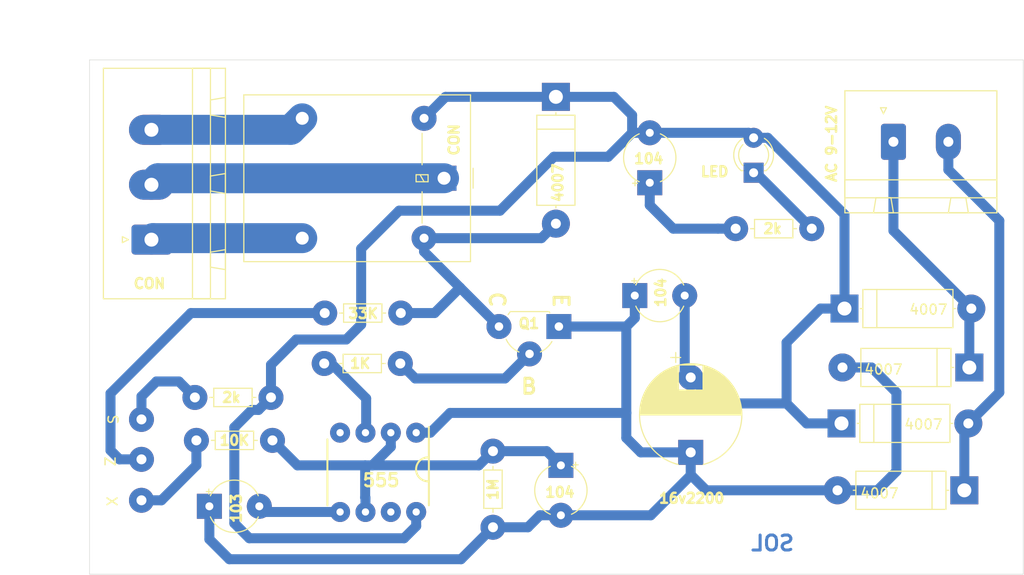
<source format=kicad_pcb>
(kicad_pcb (version 20171130) (host pcbnew "(5.1.0)-1")

  (general
    (thickness 1.6)
    (drawings 10)
    (tracks 129)
    (zones 0)
    (modules 25)
    (nets 1)
  )

  (page A4)
  (layers
    (0 F.Cu signal)
    (31 B.Cu signal)
    (32 B.Adhes user)
    (33 F.Adhes user)
    (34 B.Paste user)
    (35 F.Paste user)
    (36 B.SilkS user)
    (37 F.SilkS user)
    (38 B.Mask user)
    (39 F.Mask user)
    (40 Dwgs.User user hide)
    (41 Cmts.User user hide)
    (42 Eco1.User user hide)
    (43 Eco2.User user hide)
    (44 Edge.Cuts user)
    (45 Margin user)
    (46 B.CrtYd user hide)
    (47 F.CrtYd user hide)
    (48 B.Fab user hide)
    (49 F.Fab user hide)
  )

  (setup
    (last_trace_width 0.25)
    (user_trace_width 1)
    (user_trace_width 3)
    (trace_clearance 0.2)
    (zone_clearance 0.508)
    (zone_45_only no)
    (trace_min 0.2)
    (via_size 0.8)
    (via_drill 0.4)
    (via_min_size 0.4)
    (via_min_drill 0.3)
    (uvia_size 0.3)
    (uvia_drill 0.1)
    (uvias_allowed no)
    (uvia_min_size 0.2)
    (uvia_min_drill 0.1)
    (edge_width 0.05)
    (segment_width 0.2)
    (pcb_text_width 0.3)
    (pcb_text_size 1.5 1.5)
    (mod_edge_width 0.12)
    (mod_text_size 1.5 1.5)
    (mod_text_width 0.3)
    (pad_size 2 2)
    (pad_drill 0.73)
    (pad_to_mask_clearance 0.051)
    (solder_mask_min_width 0.25)
    (aux_axis_origin 0 0)
    (visible_elements 7FFFFFFF)
    (pcbplotparams
      (layerselection 0x00000_fffffffe)
      (usegerberextensions false)
      (usegerberattributes false)
      (usegerberadvancedattributes false)
      (creategerberjobfile false)
      (excludeedgelayer false)
      (linewidth 0.100000)
      (plotframeref false)
      (viasonmask false)
      (mode 1)
      (useauxorigin false)
      (hpglpennumber 1)
      (hpglpenspeed 20)
      (hpglpendiameter 15.000000)
      (psnegative false)
      (psa4output false)
      (plotreference true)
      (plotvalue true)
      (plotinvisibletext false)
      (padsonsilk true)
      (subtractmaskfromsilk false)
      (outputformat 4)
      (mirror false)
      (drillshape 2)
      (scaleselection 1)
      (outputdirectory ""))
  )

  (net 0 "")

  (net_class Default "This is the default net class."
    (clearance 0.2)
    (trace_width 0.25)
    (via_dia 0.8)
    (via_drill 0.4)
    (uvia_dia 0.3)
    (uvia_drill 0.1)
  )

  (module Custom_LIB:NE555PG4 (layer F.Cu) (tedit 5CBE7C65) (tstamp 5CBE7C0C)
    (at 133.9 102.3 270)
    (descr "P (R-PDIP-T8)")
    (tags "Integrated Circuit")
    (fp_text reference 555 (at 0.8 -0.3) (layer F.SilkS)
      (effects (font (size 1.27 1.27) (thickness 0.254)))
    )
    (fp_text value DIP794W53P254L959H508Q8N (at 0.1 -8.6 270) (layer Dwgs.User) hide
      (effects (font (size 1.27 1.27) (thickness 0.254)))
    )
    (fp_line (start -3.3 5.08) (end 3.3 5.08) (layer F.SilkS) (width 0.2))
    (fp_line (start -4.535 -5.08) (end 3.3 -5.08) (layer F.SilkS) (width 0.2))
    (fp_line (start -3.3 -3.81) (end -2.03 -5.08) (layer Dwgs.User) (width 0.1))
    (fp_line (start -3.3 5.08) (end -3.3 -5.08) (layer Dwgs.User) (width 0.1))
    (fp_line (start 3.3 5.08) (end -3.3 5.08) (layer Dwgs.User) (width 0.1))
    (fp_line (start 3.3 -5.08) (end 3.3 5.08) (layer Dwgs.User) (width 0.1))
    (fp_line (start -3.3 -5.08) (end 3.3 -5.08) (layer Dwgs.User) (width 0.1))
    (fp_line (start -4.945 5.33) (end -4.945 -5.33) (layer Dwgs.User) (width 0.05))
    (fp_line (start 4.945 5.33) (end -4.945 5.33) (layer Dwgs.User) (width 0.05))
    (fp_line (start 4.945 -5.33) (end 4.945 5.33) (layer Dwgs.User) (width 0.05))
    (fp_line (start -4.945 -5.33) (end 4.945 -5.33) (layer Dwgs.User) (width 0.05))
    (fp_arc (start -0.3 -5) (end -1.5 -5) (angle -180) (layer F.SilkS) (width 0.2))
    (pad 8 thru_hole circle (at 3.97 -3.81 270) (size 2 2) (drill 0.73) (layers *.Cu *.Mask))
    (pad 7 thru_hole circle (at 3.97 -1.27 270) (size 2 2) (drill 0.73) (layers *.Cu *.Mask))
    (pad 6 thru_hole circle (at 3.97 1.27 270) (size 2 2) (drill 0.73) (layers *.Cu *.Mask))
    (pad 5 thru_hole circle (at 3.97 3.81 270) (size 2 2) (drill 0.73) (layers *.Cu *.Mask))
    (pad 4 thru_hole circle (at -3.97 3.81 270) (size 2 2) (drill 0.73) (layers *.Cu *.Mask))
    (pad 3 thru_hole circle (at -3.97 1.27 270) (size 2 2) (drill 0.73) (layers *.Cu *.Mask))
    (pad 2 thru_hole circle (at -3.97 -1.27 270) (size 2 2) (drill 0.73) (layers *.Cu *.Mask))
    (pad 1 thru_hole circle (at -3.97 -3.81 270) (size 2 2) (drill 0.73) (layers *.Cu *.Mask))
    (model NE555PG4.stp
      (at (xyz 0 0 0))
      (scale (xyz 1 1 1))
      (rotate (xyz 0 0 0))
    )
  )

  (module Capacitor_THT:CP_Radial_D10.0mm_P7.50mm (layer F.Cu) (tedit 5CB065FF) (tstamp 5CB10D56)
    (at 165.2 100.3 90)
    (descr "CP, Radial series, Radial, pin pitch=7.50mm, , diameter=10mm, Electrolytic Capacitor")
    (tags "CP Radial series Radial pin pitch 7.50mm  diameter 10mm Electrolytic Capacitor")
    (fp_text reference 16v2200 (at -4.6 0.1 180) (layer F.SilkS)
      (effects (font (size 1 1) (thickness 0.25)))
    )
    (fp_text value CP_Radial_D10.0mm_P7.50mm (at -3.25 7.175 90) (layer F.Fab)
      (effects (font (size 1 1) (thickness 0.15)))
    )
    (fp_text user %R (at 3.75 0 90) (layer F.Fab)
      (effects (font (size 1 1) (thickness 0.15)))
    )
    (fp_line (start 9.5 -2) (end 9.5 -1) (layer F.SilkS) (width 0.12))
    (fp_line (start 9 -1.5) (end 10 -1.5) (layer F.SilkS) (width 0.12))
    (fp_line (start 8.831 -0.599) (end 8.831 0.599) (layer F.SilkS) (width 0.12))
    (fp_line (start 8.791 -0.862) (end 8.791 0.862) (layer F.SilkS) (width 0.12))
    (fp_line (start 8.751 -1.062) (end 8.751 1.062) (layer F.SilkS) (width 0.12))
    (fp_line (start 8.671 1.241) (end 8.671 1.378) (layer F.SilkS) (width 0.12))
    (fp_line (start 8.671 -1.378) (end 8.671 -1.241) (layer F.SilkS) (width 0.12))
    (fp_line (start 8.631 1.241) (end 8.631 1.51) (layer F.SilkS) (width 0.12))
    (fp_line (start 8.631 -1.51) (end 8.631 -1.241) (layer F.SilkS) (width 0.12))
    (fp_line (start 8.591 1.241) (end 8.591 1.63) (layer F.SilkS) (width 0.12))
    (fp_line (start 8.591 -1.63) (end 8.591 -1.241) (layer F.SilkS) (width 0.12))
    (fp_line (start 8.551 1.241) (end 8.551 1.742) (layer F.SilkS) (width 0.12))
    (fp_line (start 8.551 -1.742) (end 8.551 -1.241) (layer F.SilkS) (width 0.12))
    (fp_line (start 8.511 1.241) (end 8.511 1.846) (layer F.SilkS) (width 0.12))
    (fp_line (start 8.511 -1.846) (end 8.511 -1.241) (layer F.SilkS) (width 0.12))
    (fp_line (start 8.471 1.241) (end 8.471 1.944) (layer F.SilkS) (width 0.12))
    (fp_line (start 8.471 -1.944) (end 8.471 -1.241) (layer F.SilkS) (width 0.12))
    (fp_line (start 8.431 1.241) (end 8.431 2.037) (layer F.SilkS) (width 0.12))
    (fp_line (start 8.431 -2.037) (end 8.431 -1.241) (layer F.SilkS) (width 0.12))
    (fp_line (start 8.391 1.241) (end 8.391 2.125) (layer F.SilkS) (width 0.12))
    (fp_line (start 8.391 -2.125) (end 8.391 -1.241) (layer F.SilkS) (width 0.12))
    (fp_line (start 8.351 1.241) (end 8.351 2.209) (layer F.SilkS) (width 0.12))
    (fp_line (start 8.351 -2.209) (end 8.351 -1.241) (layer F.SilkS) (width 0.12))
    (fp_line (start 8.311 1.241) (end 8.311 2.289) (layer F.SilkS) (width 0.12))
    (fp_line (start 8.311 -2.289) (end 8.311 -1.241) (layer F.SilkS) (width 0.12))
    (fp_line (start 8.271 1.241) (end 8.271 2.365) (layer F.SilkS) (width 0.12))
    (fp_line (start 8.271 -2.365) (end 8.271 -1.241) (layer F.SilkS) (width 0.12))
    (fp_line (start 8.231 1.241) (end 8.231 2.439) (layer F.SilkS) (width 0.12))
    (fp_line (start 8.231 -2.439) (end 8.231 -1.241) (layer F.SilkS) (width 0.12))
    (fp_line (start 8.191 1.241) (end 8.191 2.51) (layer F.SilkS) (width 0.12))
    (fp_line (start 8.191 -2.51) (end 8.191 -1.241) (layer F.SilkS) (width 0.12))
    (fp_line (start 8.151 1.241) (end 8.151 2.579) (layer F.SilkS) (width 0.12))
    (fp_line (start 8.151 -2.579) (end 8.151 -1.241) (layer F.SilkS) (width 0.12))
    (fp_line (start 8.111 1.241) (end 8.111 2.645) (layer F.SilkS) (width 0.12))
    (fp_line (start 8.111 -2.645) (end 8.111 -1.241) (layer F.SilkS) (width 0.12))
    (fp_line (start 8.071 1.241) (end 8.071 2.709) (layer F.SilkS) (width 0.12))
    (fp_line (start 8.071 -2.709) (end 8.071 -1.241) (layer F.SilkS) (width 0.12))
    (fp_line (start 8.031 1.241) (end 8.031 2.77) (layer F.SilkS) (width 0.12))
    (fp_line (start 8.031 -2.77) (end 8.031 -1.241) (layer F.SilkS) (width 0.12))
    (fp_line (start 7.991 1.241) (end 7.991 2.83) (layer F.SilkS) (width 0.12))
    (fp_line (start 7.991 -2.83) (end 7.991 -1.241) (layer F.SilkS) (width 0.12))
    (fp_line (start 7.951 1.241) (end 7.951 2.889) (layer F.SilkS) (width 0.12))
    (fp_line (start 7.951 -2.889) (end 7.951 -1.241) (layer F.SilkS) (width 0.12))
    (fp_line (start 7.911 1.241) (end 7.911 2.945) (layer F.SilkS) (width 0.12))
    (fp_line (start 7.911 -2.945) (end 7.911 -1.241) (layer F.SilkS) (width 0.12))
    (fp_line (start 7.871 1.241) (end 7.871 3) (layer F.SilkS) (width 0.12))
    (fp_line (start 7.871 -3) (end 7.871 -1.241) (layer F.SilkS) (width 0.12))
    (fp_line (start 7.831 1.241) (end 7.831 3.054) (layer F.SilkS) (width 0.12))
    (fp_line (start 7.831 -3.054) (end 7.831 -1.241) (layer F.SilkS) (width 0.12))
    (fp_line (start 7.791 1.241) (end 7.791 3.106) (layer F.SilkS) (width 0.12))
    (fp_line (start 7.791 -3.106) (end 7.791 -1.241) (layer F.SilkS) (width 0.12))
    (fp_line (start 7.751 1.241) (end 7.751 3.156) (layer F.SilkS) (width 0.12))
    (fp_line (start 7.751 -3.156) (end 7.751 -1.241) (layer F.SilkS) (width 0.12))
    (fp_line (start 7.711 1.241) (end 7.711 3.206) (layer F.SilkS) (width 0.12))
    (fp_line (start 7.711 -3.206) (end 7.711 -1.241) (layer F.SilkS) (width 0.12))
    (fp_line (start 7.671 1.241) (end 7.671 3.254) (layer F.SilkS) (width 0.12))
    (fp_line (start 7.671 -3.254) (end 7.671 -1.241) (layer F.SilkS) (width 0.12))
    (fp_line (start 7.631 1.241) (end 7.631 3.301) (layer F.SilkS) (width 0.12))
    (fp_line (start 7.631 -3.301) (end 7.631 -1.241) (layer F.SilkS) (width 0.12))
    (fp_line (start 7.591 1.241) (end 7.591 3.347) (layer F.SilkS) (width 0.12))
    (fp_line (start 7.591 -3.347) (end 7.591 -1.241) (layer F.SilkS) (width 0.12))
    (fp_line (start 7.551 1.241) (end 7.551 3.392) (layer F.SilkS) (width 0.12))
    (fp_line (start 7.551 -3.392) (end 7.551 -1.241) (layer F.SilkS) (width 0.12))
    (fp_line (start 7.511 1.241) (end 7.511 3.436) (layer F.SilkS) (width 0.12))
    (fp_line (start 7.511 -3.436) (end 7.511 -1.241) (layer F.SilkS) (width 0.12))
    (fp_line (start 7.471 1.241) (end 7.471 3.478) (layer F.SilkS) (width 0.12))
    (fp_line (start 7.471 -3.478) (end 7.471 -1.241) (layer F.SilkS) (width 0.12))
    (fp_line (start 7.431 1.241) (end 7.431 3.52) (layer F.SilkS) (width 0.12))
    (fp_line (start 7.431 -3.52) (end 7.431 -1.241) (layer F.SilkS) (width 0.12))
    (fp_line (start 7.391 1.241) (end 7.391 3.561) (layer F.SilkS) (width 0.12))
    (fp_line (start 7.391 -3.561) (end 7.391 -1.241) (layer F.SilkS) (width 0.12))
    (fp_line (start 7.351 1.241) (end 7.351 3.601) (layer F.SilkS) (width 0.12))
    (fp_line (start 7.351 -3.601) (end 7.351 -1.241) (layer F.SilkS) (width 0.12))
    (fp_line (start 7.311 1.241) (end 7.311 3.64) (layer F.SilkS) (width 0.12))
    (fp_line (start 7.311 -3.64) (end 7.311 -1.241) (layer F.SilkS) (width 0.12))
    (fp_line (start 7.271 1.241) (end 7.271 3.679) (layer F.SilkS) (width 0.12))
    (fp_line (start 7.271 -3.679) (end 7.271 -1.241) (layer F.SilkS) (width 0.12))
    (fp_line (start 7.231 1.241) (end 7.231 3.716) (layer F.SilkS) (width 0.12))
    (fp_line (start 7.231 -3.716) (end 7.231 -1.241) (layer F.SilkS) (width 0.12))
    (fp_line (start 7.191 1.241) (end 7.191 3.753) (layer F.SilkS) (width 0.12))
    (fp_line (start 7.191 -3.753) (end 7.191 -1.241) (layer F.SilkS) (width 0.12))
    (fp_line (start 7.151 1.241) (end 7.151 3.789) (layer F.SilkS) (width 0.12))
    (fp_line (start 7.151 -3.789) (end 7.151 -1.241) (layer F.SilkS) (width 0.12))
    (fp_line (start 7.111 1.241) (end 7.111 3.824) (layer F.SilkS) (width 0.12))
    (fp_line (start 7.111 -3.824) (end 7.111 -1.241) (layer F.SilkS) (width 0.12))
    (fp_line (start 7.071 1.241) (end 7.071 3.858) (layer F.SilkS) (width 0.12))
    (fp_line (start 7.071 -3.858) (end 7.071 -1.241) (layer F.SilkS) (width 0.12))
    (fp_line (start 7.031 1.241) (end 7.031 3.892) (layer F.SilkS) (width 0.12))
    (fp_line (start 7.031 -3.892) (end 7.031 -1.241) (layer F.SilkS) (width 0.12))
    (fp_line (start 6.991 1.241) (end 6.991 3.925) (layer F.SilkS) (width 0.12))
    (fp_line (start 6.991 -3.925) (end 6.991 -1.241) (layer F.SilkS) (width 0.12))
    (fp_line (start 6.951 1.241) (end 6.951 3.957) (layer F.SilkS) (width 0.12))
    (fp_line (start 6.951 -3.957) (end 6.951 -1.241) (layer F.SilkS) (width 0.12))
    (fp_line (start 6.911 1.241) (end 6.911 3.989) (layer F.SilkS) (width 0.12))
    (fp_line (start 6.911 -3.989) (end 6.911 -1.241) (layer F.SilkS) (width 0.12))
    (fp_line (start 6.871 1.241) (end 6.871 4.02) (layer F.SilkS) (width 0.12))
    (fp_line (start 6.871 -4.02) (end 6.871 -1.241) (layer F.SilkS) (width 0.12))
    (fp_line (start 6.831 1.241) (end 6.831 4.05) (layer F.SilkS) (width 0.12))
    (fp_line (start 6.831 -4.05) (end 6.831 -1.241) (layer F.SilkS) (width 0.12))
    (fp_line (start 6.791 1.241) (end 6.791 4.08) (layer F.SilkS) (width 0.12))
    (fp_line (start 6.791 -4.08) (end 6.791 -1.241) (layer F.SilkS) (width 0.12))
    (fp_line (start 6.751 1.241) (end 6.751 4.11) (layer F.SilkS) (width 0.12))
    (fp_line (start 6.751 -4.11) (end 6.751 -1.241) (layer F.SilkS) (width 0.12))
    (fp_line (start 6.711 1.241) (end 6.711 4.138) (layer F.SilkS) (width 0.12))
    (fp_line (start 6.711 -4.138) (end 6.711 -1.241) (layer F.SilkS) (width 0.12))
    (fp_line (start 6.671 1.241) (end 6.671 4.166) (layer F.SilkS) (width 0.12))
    (fp_line (start 6.671 -4.166) (end 6.671 -1.241) (layer F.SilkS) (width 0.12))
    (fp_line (start 6.631 1.241) (end 6.631 4.194) (layer F.SilkS) (width 0.12))
    (fp_line (start 6.631 -4.194) (end 6.631 -1.241) (layer F.SilkS) (width 0.12))
    (fp_line (start 6.591 1.241) (end 6.591 4.221) (layer F.SilkS) (width 0.12))
    (fp_line (start 6.591 -4.221) (end 6.591 -1.241) (layer F.SilkS) (width 0.12))
    (fp_line (start 6.551 1.241) (end 6.551 4.247) (layer F.SilkS) (width 0.12))
    (fp_line (start 6.551 -4.247) (end 6.551 -1.241) (layer F.SilkS) (width 0.12))
    (fp_line (start 6.511 1.241) (end 6.511 4.273) (layer F.SilkS) (width 0.12))
    (fp_line (start 6.511 -4.273) (end 6.511 -1.241) (layer F.SilkS) (width 0.12))
    (fp_line (start 6.471 1.241) (end 6.471 4.298) (layer F.SilkS) (width 0.12))
    (fp_line (start 6.471 -4.298) (end 6.471 -1.241) (layer F.SilkS) (width 0.12))
    (fp_line (start 6.431 1.241) (end 6.431 4.323) (layer F.SilkS) (width 0.12))
    (fp_line (start 6.431 -4.323) (end 6.431 -1.241) (layer F.SilkS) (width 0.12))
    (fp_line (start 6.391 1.241) (end 6.391 4.347) (layer F.SilkS) (width 0.12))
    (fp_line (start 6.391 -4.347) (end 6.391 -1.241) (layer F.SilkS) (width 0.12))
    (fp_line (start 6.351 1.241) (end 6.351 4.371) (layer F.SilkS) (width 0.12))
    (fp_line (start 6.351 -4.371) (end 6.351 -1.241) (layer F.SilkS) (width 0.12))
    (fp_line (start 6.311 1.241) (end 6.311 4.395) (layer F.SilkS) (width 0.12))
    (fp_line (start 6.311 -4.395) (end 6.311 -1.241) (layer F.SilkS) (width 0.12))
    (fp_line (start 6.271 1.241) (end 6.271 4.417) (layer F.SilkS) (width 0.12))
    (fp_line (start 6.271 -4.417) (end 6.271 -1.241) (layer F.SilkS) (width 0.12))
    (fp_line (start 6.231 -4.44) (end 6.231 4.44) (layer F.SilkS) (width 0.12))
    (fp_line (start 6.191 -4.462) (end 6.191 4.462) (layer F.SilkS) (width 0.12))
    (fp_line (start 6.151 -4.483) (end 6.151 4.483) (layer F.SilkS) (width 0.12))
    (fp_line (start 6.111 -4.504) (end 6.111 4.504) (layer F.SilkS) (width 0.12))
    (fp_line (start 6.071 -4.525) (end 6.071 4.525) (layer F.SilkS) (width 0.12))
    (fp_line (start 6.031 -4.545) (end 6.031 4.545) (layer F.SilkS) (width 0.12))
    (fp_line (start 5.991 -4.564) (end 5.991 4.564) (layer F.SilkS) (width 0.12))
    (fp_line (start 5.951 -4.584) (end 5.951 4.584) (layer F.SilkS) (width 0.12))
    (fp_line (start 5.911 -4.603) (end 5.911 4.603) (layer F.SilkS) (width 0.12))
    (fp_line (start 5.871 -4.621) (end 5.871 4.621) (layer F.SilkS) (width 0.12))
    (fp_line (start 5.831 -4.639) (end 5.831 4.639) (layer F.SilkS) (width 0.12))
    (fp_line (start 5.791 -4.657) (end 5.791 4.657) (layer F.SilkS) (width 0.12))
    (fp_line (start 5.751 -4.674) (end 5.751 4.674) (layer F.SilkS) (width 0.12))
    (fp_line (start 5.711 -4.69) (end 5.711 4.69) (layer F.SilkS) (width 0.12))
    (fp_line (start 5.671 -4.707) (end 5.671 4.707) (layer F.SilkS) (width 0.12))
    (fp_line (start 5.631 -4.723) (end 5.631 4.723) (layer F.SilkS) (width 0.12))
    (fp_line (start 5.591 -4.738) (end 5.591 4.738) (layer F.SilkS) (width 0.12))
    (fp_line (start 5.551 -4.754) (end 5.551 4.754) (layer F.SilkS) (width 0.12))
    (fp_line (start 5.511 -4.768) (end 5.511 4.768) (layer F.SilkS) (width 0.12))
    (fp_line (start 5.471 -4.783) (end 5.471 4.783) (layer F.SilkS) (width 0.12))
    (fp_line (start 5.431 -4.797) (end 5.431 4.797) (layer F.SilkS) (width 0.12))
    (fp_line (start 5.391 -4.811) (end 5.391 4.811) (layer F.SilkS) (width 0.12))
    (fp_line (start 5.351 -4.824) (end 5.351 4.824) (layer F.SilkS) (width 0.12))
    (fp_line (start 5.311 -4.837) (end 5.311 4.837) (layer F.SilkS) (width 0.12))
    (fp_line (start 5.271 -4.85) (end 5.271 4.85) (layer F.SilkS) (width 0.12))
    (fp_line (start 5.231 -4.862) (end 5.231 4.862) (layer F.SilkS) (width 0.12))
    (fp_line (start 5.191 -4.874) (end 5.191 4.874) (layer F.SilkS) (width 0.12))
    (fp_line (start 5.151 -4.885) (end 5.151 4.885) (layer F.SilkS) (width 0.12))
    (fp_line (start 5.111 -4.897) (end 5.111 4.897) (layer F.SilkS) (width 0.12))
    (fp_line (start 5.071 -4.907) (end 5.071 4.907) (layer F.SilkS) (width 0.12))
    (fp_line (start 5.031 -4.918) (end 5.031 4.918) (layer F.SilkS) (width 0.12))
    (fp_line (start 4.991 -4.928) (end 4.991 4.928) (layer F.SilkS) (width 0.12))
    (fp_line (start 4.951 -4.938) (end 4.951 4.938) (layer F.SilkS) (width 0.12))
    (fp_line (start 4.911 -4.947) (end 4.911 4.947) (layer F.SilkS) (width 0.12))
    (fp_line (start 4.871 -4.956) (end 4.871 4.956) (layer F.SilkS) (width 0.12))
    (fp_line (start 4.831 -4.965) (end 4.831 4.965) (layer F.SilkS) (width 0.12))
    (fp_line (start 4.791 -4.974) (end 4.791 4.974) (layer F.SilkS) (width 0.12))
    (fp_line (start 4.751 -4.982) (end 4.751 4.982) (layer F.SilkS) (width 0.12))
    (fp_line (start 4.711 -4.99) (end 4.711 4.99) (layer F.SilkS) (width 0.12))
    (fp_line (start 4.671 -4.997) (end 4.671 4.997) (layer F.SilkS) (width 0.12))
    (fp_line (start 4.631 -5.004) (end 4.631 5.004) (layer F.SilkS) (width 0.12))
    (fp_line (start 4.591 -5.011) (end 4.591 5.011) (layer F.SilkS) (width 0.12))
    (fp_line (start 4.551 -5.018) (end 4.551 5.018) (layer F.SilkS) (width 0.12))
    (fp_line (start 4.511 -5.024) (end 4.511 5.024) (layer F.SilkS) (width 0.12))
    (fp_line (start 4.471 -5.03) (end 4.471 5.03) (layer F.SilkS) (width 0.12))
    (fp_line (start 4.43 -5.035) (end 4.43 5.035) (layer F.SilkS) (width 0.12))
    (fp_line (start 4.39 -5.04) (end 4.39 5.04) (layer F.SilkS) (width 0.12))
    (fp_line (start 4.35 -5.045) (end 4.35 5.045) (layer F.SilkS) (width 0.12))
    (fp_line (start 4.31 -5.05) (end 4.31 5.05) (layer F.SilkS) (width 0.12))
    (fp_line (start 4.27 -5.054) (end 4.27 5.054) (layer F.SilkS) (width 0.12))
    (fp_line (start 4.23 -5.058) (end 4.23 5.058) (layer F.SilkS) (width 0.12))
    (fp_line (start 4.19 -5.062) (end 4.19 5.062) (layer F.SilkS) (width 0.12))
    (fp_line (start 4.15 -5.065) (end 4.15 5.065) (layer F.SilkS) (width 0.12))
    (fp_line (start 4.11 -5.068) (end 4.11 5.068) (layer F.SilkS) (width 0.12))
    (fp_line (start 4.07 -5.07) (end 4.07 5.07) (layer F.SilkS) (width 0.12))
    (fp_line (start 4.03 -5.073) (end 4.03 5.073) (layer F.SilkS) (width 0.12))
    (fp_line (start 3.99 -5.075) (end 3.99 5.075) (layer F.SilkS) (width 0.12))
    (fp_line (start 3.95 -5.077) (end 3.95 5.077) (layer F.SilkS) (width 0.12))
    (fp_line (start 3.91 -5.078) (end 3.91 5.078) (layer F.SilkS) (width 0.12))
    (fp_line (start 3.87 -5.079) (end 3.87 5.079) (layer F.SilkS) (width 0.12))
    (fp_line (start 3.83 -5.08) (end 3.83 5.08) (layer F.SilkS) (width 0.12))
    (fp_line (start 3.79 -5.08) (end 3.79 5.08) (layer F.SilkS) (width 0.12))
    (fp_line (start 3.75 -5.08) (end 3.75 5.08) (layer F.SilkS) (width 0.12))
    (fp_line (start 9.5 0) (end 9.5 1) (layer F.Fab) (width 0.1))
    (fp_line (start 9 0.5) (end 10 0.5) (layer F.Fab) (width 0.1))
    (fp_circle (center 3.75 0) (end 9 0) (layer F.CrtYd) (width 0.05))
    (fp_circle (center 3.75 0) (end 8.75 0) (layer F.Fab) (width 0.1))
    (fp_arc (start 3.75 0) (end -1.21254 -1.26) (angle 331.50704) (layer F.SilkS) (width 0.12))
    (pad 2 thru_hole circle (at 7.5 0 90) (size 2.5 2.5) (drill 1) (layers *.Cu *.Mask))
    (pad 1 thru_hole rect (at 0 0 90) (size 2.5 2.5) (drill 1) (layers *.Cu *.Mask))
    (model ${KISYS3DMOD}/Capacitor_THT.3dshapes/CP_Radial_D10.0mm_P7.50mm.wrl
      (at (xyz 0 0 0))
      (scale (xyz 1 1 1))
      (rotate (xyz 0 0 0))
    )
  )

  (module LED_THT:LED_D3.0mm (layer F.Cu) (tedit 5CB041F5) (tstamp 5CB25117)
    (at 171.5 71.8 90)
    (descr "LED, diameter 3.0mm, 2 pins")
    (tags "LED diameter 3.0mm 2 pins")
    (fp_text reference LED (at -0.4 -3.9 180) (layer F.SilkS)
      (effects (font (size 1 1) (thickness 0.25)))
    )
    (fp_text value LED_D3.0mm (at 1.3 3.175 90) (layer F.Fab)
      (effects (font (size 1 1) (thickness 0.15)))
    )
    (fp_line (start 3.7 -2.25) (end -1.15 -2.25) (layer F.CrtYd) (width 0.05))
    (fp_line (start 3.7 2.25) (end 3.7 -2.25) (layer F.CrtYd) (width 0.05))
    (fp_line (start -1.15 2.25) (end 3.7 2.25) (layer F.CrtYd) (width 0.05))
    (fp_line (start -1.15 -2.25) (end -1.15 2.25) (layer F.CrtYd) (width 0.05))
    (fp_line (start -0.29 1.08) (end -0.29 1.236) (layer F.SilkS) (width 0.12))
    (fp_line (start -0.29 -1.236) (end -0.29 -1.08) (layer F.SilkS) (width 0.12))
    (fp_line (start -0.23 -1.16619) (end -0.23 1.16619) (layer F.Fab) (width 0.1))
    (fp_circle (center 1.27 0) (end 2.77 0) (layer F.Fab) (width 0.1))
    (fp_arc (start 1.27 0) (end 0.229039 1.08) (angle -87.9) (layer F.SilkS) (width 0.12))
    (fp_arc (start 1.27 0) (end 0.229039 -1.08) (angle 87.9) (layer F.SilkS) (width 0.12))
    (fp_arc (start 1.27 0) (end -0.29 1.235516) (angle -108.8) (layer F.SilkS) (width 0.12))
    (fp_arc (start 1.27 0) (end -0.29 -1.235516) (angle 108.8) (layer F.SilkS) (width 0.12))
    (fp_arc (start 1.27 0) (end -0.23 -1.16619) (angle 284.3) (layer F.Fab) (width 0.1))
    (pad 2 thru_hole circle (at 3 0 180) (size 2 2) (drill 0.9) (layers *.Cu *.Mask))
    (pad 1 thru_hole rect (at -0.5 0 90) (size 2 2) (drill 0.9) (layers *.Cu *.Mask))
    (model ${KISYS3DMOD}/LED_THT.3dshapes/LED_D3.0mm.wrl
      (at (xyz 0 0 0))
      (scale (xyz 1 1 1))
      (rotate (xyz 0 0 0))
    )
  )

  (module Connector_Wire:SolderWirePad_1x01_Drill1mm locked (layer F.Cu) (tedit 5CB03CBA) (tstamp 5CB24209)
    (at 110.2 105.1)
    (descr "Wire solder connection")
    (tags connector)
    (attr virtual)
    (fp_text reference X (at -2.9 0.1 90) (layer F.SilkS)
      (effects (font (size 1 1) (thickness 0.15)))
    )
    (fp_text value SolderWirePad_1x01_Drill1mm (at 0 3.175) (layer F.Fab)
      (effects (font (size 1 1) (thickness 0.15)))
    )
    (fp_text user %R (at 0 0) (layer F.Fab)
      (effects (font (size 1 1) (thickness 0.15)))
    )
    (fp_line (start -1.75 -1.75) (end 1.75 -1.75) (layer F.CrtYd) (width 0.05))
    (fp_line (start -1.75 -1.75) (end -1.75 1.75) (layer F.CrtYd) (width 0.05))
    (fp_line (start 1.75 1.75) (end 1.75 -1.75) (layer F.CrtYd) (width 0.05))
    (fp_line (start 1.75 1.75) (end -1.75 1.75) (layer F.CrtYd) (width 0.05))
    (pad 1 thru_hole circle (at 0 0) (size 2.49936 2.49936) (drill 1.00076) (layers *.Cu *.Mask))
  )

  (module Connector_Wire:SolderWirePad_1x01_Drill1mm locked (layer F.Cu) (tedit 5CB03CBA) (tstamp 5CB24209)
    (at 110.2 101)
    (descr "Wire solder connection")
    (tags connector)
    (attr virtual)
    (fp_text reference Z (at -3.1 0.2 90) (layer F.SilkS)
      (effects (font (size 1 1) (thickness 0.15)))
    )
    (fp_text value SolderWirePad_1x01_Drill1mm (at 0 3.175) (layer F.Fab)
      (effects (font (size 1 1) (thickness 0.15)))
    )
    (fp_text user %R (at 0 0) (layer F.Fab)
      (effects (font (size 1 1) (thickness 0.15)))
    )
    (fp_line (start -1.75 -1.75) (end 1.75 -1.75) (layer F.CrtYd) (width 0.05))
    (fp_line (start -1.75 -1.75) (end -1.75 1.75) (layer F.CrtYd) (width 0.05))
    (fp_line (start 1.75 1.75) (end 1.75 -1.75) (layer F.CrtYd) (width 0.05))
    (fp_line (start 1.75 1.75) (end -1.75 1.75) (layer F.CrtYd) (width 0.05))
    (pad 1 thru_hole circle (at 0 0) (size 2.49936 2.49936) (drill 1.00076) (layers *.Cu *.Mask))
  )

  (module Connector_Wire:SolderWirePad_1x01_Drill1mm locked (layer F.Cu) (tedit 5CB03D6A) (tstamp 5CB241F3)
    (at 110.5 97)
    (descr "Wire solder connection")
    (tags connector)
    (attr virtual)
    (fp_text reference S (at -3.1 0 90) (layer F.SilkS)
      (effects (font (size 1 1) (thickness 0.15)))
    )
    (fp_text value SolderWirePad_1x01_Drill1mm (at 0 3.175) (layer F.Fab)
      (effects (font (size 1 1) (thickness 0.15)))
    )
    (fp_line (start 1.75 1.75) (end -1.75 1.75) (layer F.CrtYd) (width 0.05))
    (fp_line (start 1.75 1.75) (end 1.75 -1.75) (layer F.CrtYd) (width 0.05))
    (fp_line (start -1.75 -1.75) (end -1.75 1.75) (layer F.CrtYd) (width 0.05))
    (fp_line (start -1.75 -1.75) (end 1.75 -1.75) (layer F.CrtYd) (width 0.05))
    (fp_text user %R (at 0 0) (layer F.Fab)
      (effects (font (size 1 1) (thickness 0.15)))
    )
    (pad 1 thru_hole circle (at -0.3 0) (size 2.49936 2.49936) (drill 1.00076) (layers *.Cu *.Mask))
  )

  (module Diodes_THT:D_5W_P12.70mm_Horizontal (layer F.Cu) (tedit 5CB03B98) (tstamp 5CB21982)
    (at 151.7 64.7 270)
    (descr "D, 5W series, Axial, Horizontal, pin pitch=12.7mm, , length*diameter=8.9*3.7mm^2, , http://www.diodes.com/_files/packages/8686949.gif")
    (tags "D 5W series Axial Horizontal pin pitch 12.7mm  length 8.9mm diameter 3.7mm")
    (fp_text reference 4007 (at 8.6 -0.2 270) (layer F.SilkS)
      (effects (font (size 1 1) (thickness 0.25)))
    )
    (fp_text value D_5W_P12.70mm_Horizontal (at 6.35 2.91 270) (layer F.Fab)
      (effects (font (size 1 1) (thickness 0.15)))
    )
    (fp_line (start 14.35 -2.2) (end -1.65 -2.2) (layer F.CrtYd) (width 0.05))
    (fp_line (start 14.35 2.2) (end 14.35 -2.2) (layer F.CrtYd) (width 0.05))
    (fp_line (start -1.65 2.2) (end 14.35 2.2) (layer F.CrtYd) (width 0.05))
    (fp_line (start -1.65 -2.2) (end -1.65 2.2) (layer F.CrtYd) (width 0.05))
    (fp_line (start 3.235 -1.91) (end 3.235 1.91) (layer F.SilkS) (width 0.12))
    (fp_line (start 11.12 0) (end 10.86 0) (layer F.SilkS) (width 0.12))
    (fp_line (start 1.58 0) (end 1.84 0) (layer F.SilkS) (width 0.12))
    (fp_line (start 10.86 -1.91) (end 1.84 -1.91) (layer F.SilkS) (width 0.12))
    (fp_line (start 10.86 1.91) (end 10.86 -1.91) (layer F.SilkS) (width 0.12))
    (fp_line (start 1.84 1.91) (end 10.86 1.91) (layer F.SilkS) (width 0.12))
    (fp_line (start 1.84 -1.91) (end 1.84 1.91) (layer F.SilkS) (width 0.12))
    (fp_line (start 3.235 -1.85) (end 3.235 1.85) (layer F.Fab) (width 0.1))
    (fp_line (start 12.7 0) (end 10.8 0) (layer F.Fab) (width 0.1))
    (fp_line (start 0 0) (end 1.9 0) (layer F.Fab) (width 0.1))
    (fp_line (start 10.8 -1.85) (end 1.9 -1.85) (layer F.Fab) (width 0.1))
    (fp_line (start 10.8 1.85) (end 10.8 -1.85) (layer F.Fab) (width 0.1))
    (fp_line (start 1.9 1.85) (end 10.8 1.85) (layer F.Fab) (width 0.1))
    (fp_line (start 1.9 -1.85) (end 1.9 1.85) (layer F.Fab) (width 0.1))
    (fp_text user %R (at 6.35 0 270) (layer F.Fab)
      (effects (font (size 1 1) (thickness 0.15)))
    )
    (pad 2 thru_hole oval (at 12.7 0 270) (size 2.8 2.8) (drill 1) (layers *.Cu *.Mask))
    (pad 1 thru_hole rect (at 0 0 270) (size 2.8 2.8) (drill 1.4) (layers *.Cu *.Mask))
    (model ${KISYS3DMOD}/Diodes_THT.3dshapes/D_5W_P12.70mm_Horizontal.wrl
      (at (xyz 0 0 0))
      (scale (xyz 0.393701 0.393701 0.393701))
      (rotate (xyz 0 0 0))
    )
  )

  (module Diodes_THT:D_5W_P12.70mm_Horizontal (layer F.Cu) (tedit 5CB03B98) (tstamp 5CB21982)
    (at 192.6 104.1 180)
    (descr "D, 5W series, Axial, Horizontal, pin pitch=12.7mm, , length*diameter=8.9*3.7mm^2, , http://www.diodes.com/_files/packages/8686949.gif")
    (tags "D 5W series Axial Horizontal pin pitch 12.7mm  length 8.9mm diameter 3.7mm")
    (fp_text reference 4007 (at 8.5 -0.3 180) (layer F.SilkS)
      (effects (font (size 1 1) (thickness 0.15)))
    )
    (fp_text value D_5W_P12.70mm_Horizontal (at 5.375 -3.725 180) (layer F.Fab)
      (effects (font (size 1 1) (thickness 0.15)))
    )
    (fp_line (start 14.35 -2.2) (end -1.65 -2.2) (layer F.CrtYd) (width 0.05))
    (fp_line (start 14.35 2.2) (end 14.35 -2.2) (layer F.CrtYd) (width 0.05))
    (fp_line (start -1.65 2.2) (end 14.35 2.2) (layer F.CrtYd) (width 0.05))
    (fp_line (start -1.65 -2.2) (end -1.65 2.2) (layer F.CrtYd) (width 0.05))
    (fp_line (start 3.235 -1.91) (end 3.235 1.91) (layer F.SilkS) (width 0.12))
    (fp_line (start 11.12 0) (end 10.86 0) (layer F.SilkS) (width 0.12))
    (fp_line (start 1.58 0) (end 1.84 0) (layer F.SilkS) (width 0.12))
    (fp_line (start 10.86 -1.91) (end 1.84 -1.91) (layer F.SilkS) (width 0.12))
    (fp_line (start 10.86 1.91) (end 10.86 -1.91) (layer F.SilkS) (width 0.12))
    (fp_line (start 1.84 1.91) (end 10.86 1.91) (layer F.SilkS) (width 0.12))
    (fp_line (start 1.84 -1.91) (end 1.84 1.91) (layer F.SilkS) (width 0.12))
    (fp_line (start 3.235 -1.85) (end 3.235 1.85) (layer F.Fab) (width 0.1))
    (fp_line (start 12.7 0) (end 10.8 0) (layer F.Fab) (width 0.1))
    (fp_line (start 0 0) (end 1.9 0) (layer F.Fab) (width 0.1))
    (fp_line (start 10.8 -1.85) (end 1.9 -1.85) (layer F.Fab) (width 0.1))
    (fp_line (start 10.8 1.85) (end 10.8 -1.85) (layer F.Fab) (width 0.1))
    (fp_line (start 1.9 1.85) (end 10.8 1.85) (layer F.Fab) (width 0.1))
    (fp_line (start 1.9 -1.85) (end 1.9 1.85) (layer F.Fab) (width 0.1))
    (fp_text user %R (at 6.35 0 180) (layer F.Fab)
      (effects (font (size 1 1) (thickness 0.15)))
    )
    (pad 2 thru_hole oval (at 12.7 0 180) (size 2.8 2.8) (drill 1) (layers *.Cu *.Mask))
    (pad 1 thru_hole rect (at 0 0 180) (size 2.8 2.8) (drill 1.4) (layers *.Cu *.Mask))
    (model ${KISYS3DMOD}/Diodes_THT.3dshapes/D_5W_P12.70mm_Horizontal.wrl
      (at (xyz 0 0 0))
      (scale (xyz 0.393701 0.393701 0.393701))
      (rotate (xyz 0 0 0))
    )
  )

  (module Diodes_THT:D_5W_P12.70mm_Horizontal (layer F.Cu) (tedit 5CB03B98) (tstamp 5CB21982)
    (at 180.3 97.4)
    (descr "D, 5W series, Axial, Horizontal, pin pitch=12.7mm, , length*diameter=8.9*3.7mm^2, , http://www.diodes.com/_files/packages/8686949.gif")
    (tags "D 5W series Axial Horizontal pin pitch 12.7mm  length 8.9mm diameter 3.7mm")
    (fp_text reference 4007 (at 8.2 0.1) (layer F.SilkS)
      (effects (font (size 1 1) (thickness 0.15)))
    )
    (fp_text value D_5W_P12.70mm_Horizontal (at 6.375 3.075) (layer F.Fab)
      (effects (font (size 1 1) (thickness 0.15)))
    )
    (fp_line (start 14.35 -2.2) (end -1.65 -2.2) (layer F.CrtYd) (width 0.05))
    (fp_line (start 14.35 2.2) (end 14.35 -2.2) (layer F.CrtYd) (width 0.05))
    (fp_line (start -1.65 2.2) (end 14.35 2.2) (layer F.CrtYd) (width 0.05))
    (fp_line (start -1.65 -2.2) (end -1.65 2.2) (layer F.CrtYd) (width 0.05))
    (fp_line (start 3.235 -1.91) (end 3.235 1.91) (layer F.SilkS) (width 0.12))
    (fp_line (start 11.12 0) (end 10.86 0) (layer F.SilkS) (width 0.12))
    (fp_line (start 1.58 0) (end 1.84 0) (layer F.SilkS) (width 0.12))
    (fp_line (start 10.86 -1.91) (end 1.84 -1.91) (layer F.SilkS) (width 0.12))
    (fp_line (start 10.86 1.91) (end 10.86 -1.91) (layer F.SilkS) (width 0.12))
    (fp_line (start 1.84 1.91) (end 10.86 1.91) (layer F.SilkS) (width 0.12))
    (fp_line (start 1.84 -1.91) (end 1.84 1.91) (layer F.SilkS) (width 0.12))
    (fp_line (start 3.235 -1.85) (end 3.235 1.85) (layer F.Fab) (width 0.1))
    (fp_line (start 12.7 0) (end 10.8 0) (layer F.Fab) (width 0.1))
    (fp_line (start 0 0) (end 1.9 0) (layer F.Fab) (width 0.1))
    (fp_line (start 10.8 -1.85) (end 1.9 -1.85) (layer F.Fab) (width 0.1))
    (fp_line (start 10.8 1.85) (end 10.8 -1.85) (layer F.Fab) (width 0.1))
    (fp_line (start 1.9 1.85) (end 10.8 1.85) (layer F.Fab) (width 0.1))
    (fp_line (start 1.9 -1.85) (end 1.9 1.85) (layer F.Fab) (width 0.1))
    (fp_text user %R (at 6.35 0) (layer F.Fab)
      (effects (font (size 1 1) (thickness 0.15)))
    )
    (pad 2 thru_hole oval (at 12.7 0) (size 2.8 2.8) (drill 1) (layers *.Cu *.Mask))
    (pad 1 thru_hole rect (at 0 0) (size 2.8 2.8) (drill 1.4) (layers *.Cu *.Mask))
    (model ${KISYS3DMOD}/Diodes_THT.3dshapes/D_5W_P12.70mm_Horizontal.wrl
      (at (xyz 0 0 0))
      (scale (xyz 0.393701 0.393701 0.393701))
      (rotate (xyz 0 0 0))
    )
  )

  (module Diodes_THT:D_5W_P12.70mm_Horizontal (layer F.Cu) (tedit 5CB03B98) (tstamp 5CB21982)
    (at 193.1 91.8 180)
    (descr "D, 5W series, Axial, Horizontal, pin pitch=12.7mm, , length*diameter=8.9*3.7mm^2, , http://www.diodes.com/_files/packages/8686949.gif")
    (tags "D 5W series Axial Horizontal pin pitch 12.7mm  length 8.9mm diameter 3.7mm")
    (fp_text reference 4007 (at 8.6 -0.2 180) (layer F.SilkS)
      (effects (font (size 1 1) (thickness 0.15)))
    )
    (fp_text value D_5W_P12.70mm_Horizontal (at 5.6 -2.875 180) (layer F.Fab)
      (effects (font (size 1 1) (thickness 0.15)))
    )
    (fp_line (start 14.35 -2.2) (end -1.65 -2.2) (layer F.CrtYd) (width 0.05))
    (fp_line (start 14.35 2.2) (end 14.35 -2.2) (layer F.CrtYd) (width 0.05))
    (fp_line (start -1.65 2.2) (end 14.35 2.2) (layer F.CrtYd) (width 0.05))
    (fp_line (start -1.65 -2.2) (end -1.65 2.2) (layer F.CrtYd) (width 0.05))
    (fp_line (start 3.235 -1.91) (end 3.235 1.91) (layer F.SilkS) (width 0.12))
    (fp_line (start 11.12 0) (end 10.86 0) (layer F.SilkS) (width 0.12))
    (fp_line (start 1.58 0) (end 1.84 0) (layer F.SilkS) (width 0.12))
    (fp_line (start 10.86 -1.91) (end 1.84 -1.91) (layer F.SilkS) (width 0.12))
    (fp_line (start 10.86 1.91) (end 10.86 -1.91) (layer F.SilkS) (width 0.12))
    (fp_line (start 1.84 1.91) (end 10.86 1.91) (layer F.SilkS) (width 0.12))
    (fp_line (start 1.84 -1.91) (end 1.84 1.91) (layer F.SilkS) (width 0.12))
    (fp_line (start 3.235 -1.85) (end 3.235 1.85) (layer F.Fab) (width 0.1))
    (fp_line (start 12.7 0) (end 10.8 0) (layer F.Fab) (width 0.1))
    (fp_line (start 0 0) (end 1.9 0) (layer F.Fab) (width 0.1))
    (fp_line (start 10.8 -1.85) (end 1.9 -1.85) (layer F.Fab) (width 0.1))
    (fp_line (start 10.8 1.85) (end 10.8 -1.85) (layer F.Fab) (width 0.1))
    (fp_line (start 1.9 1.85) (end 10.8 1.85) (layer F.Fab) (width 0.1))
    (fp_line (start 1.9 -1.85) (end 1.9 1.85) (layer F.Fab) (width 0.1))
    (fp_text user %R (at 6.35 0 180) (layer F.Fab)
      (effects (font (size 1 1) (thickness 0.15)))
    )
    (pad 2 thru_hole oval (at 12.7 0 180) (size 2.8 2.8) (drill 1) (layers *.Cu *.Mask))
    (pad 1 thru_hole rect (at 0 0 180) (size 2.8 2.8) (drill 1.4) (layers *.Cu *.Mask))
    (model ${KISYS3DMOD}/Diodes_THT.3dshapes/D_5W_P12.70mm_Horizontal.wrl
      (at (xyz 0 0 0))
      (scale (xyz 0.393701 0.393701 0.393701))
      (rotate (xyz 0 0 0))
    )
  )

  (module Diodes_THT:D_5W_P12.70mm_Horizontal (layer F.Cu) (tedit 5CB03B98) (tstamp 5CB218EB)
    (at 180.6 85.9)
    (descr "D, 5W series, Axial, Horizontal, pin pitch=12.7mm, , length*diameter=8.9*3.7mm^2, , http://www.diodes.com/_files/packages/8686949.gif")
    (tags "D 5W series Axial Horizontal pin pitch 12.7mm  length 8.9mm diameter 3.7mm")
    (fp_text reference 4007 (at 8.4 0.1) (layer F.SilkS)
      (effects (font (size 1 1) (thickness 0.15)))
    )
    (fp_text value D_5W_P12.70mm_Horizontal (at 6.35 2.91) (layer F.Fab)
      (effects (font (size 1 1) (thickness 0.15)))
    )
    (fp_text user %R (at 6.35 0) (layer F.Fab)
      (effects (font (size 1 1) (thickness 0.15)))
    )
    (fp_line (start 1.9 -1.85) (end 1.9 1.85) (layer F.Fab) (width 0.1))
    (fp_line (start 1.9 1.85) (end 10.8 1.85) (layer F.Fab) (width 0.1))
    (fp_line (start 10.8 1.85) (end 10.8 -1.85) (layer F.Fab) (width 0.1))
    (fp_line (start 10.8 -1.85) (end 1.9 -1.85) (layer F.Fab) (width 0.1))
    (fp_line (start 0 0) (end 1.9 0) (layer F.Fab) (width 0.1))
    (fp_line (start 12.7 0) (end 10.8 0) (layer F.Fab) (width 0.1))
    (fp_line (start 3.235 -1.85) (end 3.235 1.85) (layer F.Fab) (width 0.1))
    (fp_line (start 1.84 -1.91) (end 1.84 1.91) (layer F.SilkS) (width 0.12))
    (fp_line (start 1.84 1.91) (end 10.86 1.91) (layer F.SilkS) (width 0.12))
    (fp_line (start 10.86 1.91) (end 10.86 -1.91) (layer F.SilkS) (width 0.12))
    (fp_line (start 10.86 -1.91) (end 1.84 -1.91) (layer F.SilkS) (width 0.12))
    (fp_line (start 1.58 0) (end 1.84 0) (layer F.SilkS) (width 0.12))
    (fp_line (start 11.12 0) (end 10.86 0) (layer F.SilkS) (width 0.12))
    (fp_line (start 3.235 -1.91) (end 3.235 1.91) (layer F.SilkS) (width 0.12))
    (fp_line (start -1.65 -2.2) (end -1.65 2.2) (layer F.CrtYd) (width 0.05))
    (fp_line (start -1.65 2.2) (end 14.35 2.2) (layer F.CrtYd) (width 0.05))
    (fp_line (start 14.35 2.2) (end 14.35 -2.2) (layer F.CrtYd) (width 0.05))
    (fp_line (start 14.35 -2.2) (end -1.65 -2.2) (layer F.CrtYd) (width 0.05))
    (pad 1 thru_hole rect (at 0 0) (size 2.8 2.8) (drill 1.4) (layers *.Cu *.Mask))
    (pad 2 thru_hole oval (at 12.7 0) (size 2.8 2.8) (drill 1) (layers *.Cu *.Mask))
    (model ${KISYS3DMOD}/Diodes_THT.3dshapes/D_5W_P12.70mm_Horizontal.wrl
      (at (xyz 0 0 0))
      (scale (xyz 0.393701 0.393701 0.393701))
      (rotate (xyz 0 0 0))
    )
  )

  (module Connector_Phoenix_GMSTB:PhoenixContact_GMSTBA_2,5_2-G_1x02_P7.50mm_Horizontal (layer F.Cu) (tedit 5CB03A8D) (tstamp 5CB21330)
    (at 184.5 66.2)
    (descr "Generic Phoenix Contact connector footprint for: GMSTBA_2,5/2-G; number of pins: 02; pin pitch: 7.50mm; Angled || order number: 1766343 12A 630V")
    (tags "phoenix_contact connector GMSTBA_01x02_G_7.50mm")
    (fp_text reference "AC 9-12V" (at -5.2 3.2 90) (layer F.SilkS)
      (effects (font (size 1 1) (thickness 0.25)))
    )
    (fp_text value PhoenixContact_GMSTBA_2,5_2-G_1x02_P7.50mm_Horizontal (at 5.875 -4.25) (layer F.Fab)
      (effects (font (size 1 1) (thickness 0.15)))
    )
    (fp_text user %R (at 4.55 -1.1) (layer F.Fab)
      (effects (font (size 1 1) (thickness 0.15)))
    )
    (fp_line (start 0 -0.5) (end -0.95 -2) (layer F.Fab) (width 0.1))
    (fp_line (start 0.95 1) (end 0 2.5) (layer F.Fab) (width 0.1))
    (fp_line (start -0.3 -0.41) (end 0.3 -0.41) (layer F.SilkS) (width 0.12))
    (fp_line (start 0 0.19) (end -0.3 -0.41) (layer F.SilkS) (width 0.12))
    (fp_line (start 0.3 -0.41) (end 0 0.19) (layer F.SilkS) (width 0.12))
    (fp_line (start 11.75 -2.5) (end -4.25 -2.5) (layer F.CrtYd) (width 0.05))
    (fp_line (start 11.75 10.5) (end 11.75 -2.5) (layer F.CrtYd) (width 0.05))
    (fp_line (start -4.25 10.5) (end 11.75 10.5) (layer F.CrtYd) (width 0.05))
    (fp_line (start -4.25 -2.5) (end -4.25 10.5) (layer F.CrtYd) (width 0.05))
    (fp_line (start 6.75 8.61) (end 6.5 10.11) (layer F.SilkS) (width 0.12))
    (fp_line (start 8.25 8.61) (end 6.75 8.61) (layer F.SilkS) (width 0.12))
    (fp_line (start 8.5 10.11) (end 8.25 8.61) (layer F.SilkS) (width 0.12))
    (fp_line (start 6.5 10.11) (end 8.5 10.11) (layer F.SilkS) (width 0.12))
    (fp_line (start -0.75 8.61) (end -1 10.11) (layer F.SilkS) (width 0.12))
    (fp_line (start 0.75 8.61) (end -0.75 8.61) (layer F.SilkS) (width 0.12))
    (fp_line (start 1 10.11) (end 0.75 8.61) (layer F.SilkS) (width 0.12))
    (fp_line (start -1 10.11) (end 1 10.11) (layer F.SilkS) (width 0.12))
    (fp_line (start 11.36 8.61) (end -3.86 8.61) (layer F.SilkS) (width 0.12))
    (fp_line (start 11.36 6.81) (end 11.36 8.61) (layer F.SilkS) (width 0.12))
    (fp_line (start -3.86 6.81) (end 11.36 6.81) (layer F.SilkS) (width 0.12))
    (fp_line (start -3.86 8.61) (end -3.86 6.81) (layer F.SilkS) (width 0.12))
    (fp_line (start 11.25 -2) (end -3.75 -2) (layer F.Fab) (width 0.1))
    (fp_line (start 11.25 10) (end 11.25 -2) (layer F.Fab) (width 0.1))
    (fp_line (start -3.75 10) (end 11.25 10) (layer F.Fab) (width 0.1))
    (fp_line (start -3.75 -2) (end -3.75 10) (layer F.Fab) (width 0.1))
    (fp_line (start 11.36 -2.11) (end -3.86 -2.11) (layer F.SilkS) (width 0.12))
    (fp_line (start 11.36 10.11) (end 11.36 -2.11) (layer F.SilkS) (width 0.12))
    (fp_line (start -3.86 10.11) (end 11.36 10.11) (layer F.SilkS) (width 0.12))
    (fp_line (start -3.86 -2.11) (end -3.86 10.11) (layer F.SilkS) (width 0.12))
    (pad 2 thru_hole oval (at 6.5 3) (size 2.5 3.6) (drill 1) (layers *.Cu *.Mask))
    (pad 1 thru_hole roundrect (at 1 3) (size 2.5 3.6) (drill 1) (layers *.Cu *.Mask) (roundrect_rratio 0.125))
    (model ${KISYS3DMOD}/Connector_Phoenix_GMSTB.3dshapes/PhoenixContact_GMSTBA_2,5_2-G_1x02_P7.50mm_Horizontal.wrl
      (at (xyz 0 0 0))
      (scale (xyz 1 1 1))
      (rotate (xyz 0 0 0))
    )
  )

  (module Capacitor_THT:CP_Radial_Tantal_D5.0mm_P5.00mm (layer F.Cu) (tedit 5CB0393C) (tstamp 5CB1920F)
    (at 159.6 84.6)
    (descr "CP, Radial_Tantal series, Radial, pin pitch=5.00mm, , diameter=5.0mm, Tantal Electrolytic Capacitor, http://cdn-reichelt.de/documents/datenblatt/B300/TANTAL-TB-Serie%23.pdf")
    (tags "CP Radial_Tantal series Radial pin pitch 5.00mm  diameter 5.0mm Tantal Electrolytic Capacitor")
    (fp_text reference 104 (at 2.6 -0.3 90) (layer F.SilkS)
      (effects (font (size 1 1) (thickness 0.25)))
    )
    (fp_text value CP_Radial_Tantal_D5.0mm_P5.00mm (at 3 4.475) (layer F.Fab)
      (effects (font (size 1 1) (thickness 0.15)))
    )
    (fp_arc (start 2.5 0) (end 0.104003 -1.06) (angle 132.27036) (layer F.SilkS) (width 0.12))
    (fp_arc (start 2.5 0) (end 0.104003 1.06) (angle -132.27036) (layer F.SilkS) (width 0.12))
    (fp_circle (center 2.5 0) (end 5 0) (layer F.Fab) (width 0.1))
    (fp_circle (center 2.5 0) (end 6.22 0) (layer F.CrtYd) (width 0.05))
    (fp_line (start 0.366395 -1.0875) (end 0.866395 -1.0875) (layer F.Fab) (width 0.1))
    (fp_line (start 0.616395 -1.3375) (end 0.616395 -0.8375) (layer F.Fab) (width 0.1))
    (fp_line (start -0.304775 -1.475) (end 0.195225 -1.475) (layer F.SilkS) (width 0.12))
    (fp_line (start -0.054775 -1.725) (end -0.054775 -1.225) (layer F.SilkS) (width 0.12))
    (fp_text user %R (at 2.5 0) (layer F.Fab)
      (effects (font (size 1 1) (thickness 0.15)))
    )
    (pad 1 thru_hole rect (at 0 0) (size 2.5 2.5) (drill 0.8) (layers *.Cu *.Mask))
    (pad 2 thru_hole circle (at 5 0) (size 2.5 2.5) (drill 0.8) (layers *.Cu *.Mask))
    (model ${KISYS3DMOD}/Capacitor_THT.3dshapes/CP_Radial_Tantal_D5.0mm_P5.00mm.wrl
      (at (xyz 0 0 0))
      (scale (xyz 1 1 1))
      (rotate (xyz 0 0 0))
    )
  )

  (module Capacitor_THT:CP_Radial_Tantal_D5.0mm_P5.00mm (layer F.Cu) (tedit 5CB0393C) (tstamp 5CB1920F)
    (at 161.1 73.3 90)
    (descr "CP, Radial_Tantal series, Radial, pin pitch=5.00mm, , diameter=5.0mm, Tantal Electrolytic Capacitor, http://cdn-reichelt.de/documents/datenblatt/B300/TANTAL-TB-Serie%23.pdf")
    (tags "CP Radial_Tantal series Radial pin pitch 5.00mm  diameter 5.0mm Tantal Electrolytic Capacitor")
    (fp_text reference 104 (at 2.4 -0.1 180) (layer F.SilkS)
      (effects (font (size 1 1) (thickness 0.25)))
    )
    (fp_text value CP_Radial_Tantal_D5.0mm_P5.00mm (at 2.5 3.75 90) (layer F.Fab)
      (effects (font (size 1 1) (thickness 0.15)))
    )
    (fp_arc (start 2.5 0) (end 0.104003 -1.06) (angle 132.27036) (layer F.SilkS) (width 0.12))
    (fp_arc (start 2.5 0) (end 0.104003 1.06) (angle -132.27036) (layer F.SilkS) (width 0.12))
    (fp_circle (center 2.5 0) (end 5 0) (layer F.Fab) (width 0.1))
    (fp_circle (center 2.5 0) (end 6.22 0) (layer F.CrtYd) (width 0.05))
    (fp_line (start 0.366395 -1.0875) (end 0.866395 -1.0875) (layer F.Fab) (width 0.1))
    (fp_line (start 0.616395 -1.3375) (end 0.616395 -0.8375) (layer F.Fab) (width 0.1))
    (fp_line (start -0.304775 -1.475) (end 0.195225 -1.475) (layer F.SilkS) (width 0.12))
    (fp_line (start -0.054775 -1.725) (end -0.054775 -1.225) (layer F.SilkS) (width 0.12))
    (fp_text user %R (at 2.5 0 90) (layer F.Fab)
      (effects (font (size 1 1) (thickness 0.15)))
    )
    (pad 1 thru_hole rect (at 0 0 90) (size 2.5 2.5) (drill 0.8) (layers *.Cu *.Mask))
    (pad 2 thru_hole circle (at 5 0 90) (size 2.5 2.5) (drill 0.8) (layers *.Cu *.Mask))
    (model ${KISYS3DMOD}/Capacitor_THT.3dshapes/CP_Radial_Tantal_D5.0mm_P5.00mm.wrl
      (at (xyz 0 0 0))
      (scale (xyz 1 1 1))
      (rotate (xyz 0 0 0))
    )
  )

  (module Capacitor_THT:CP_Radial_Tantal_D5.0mm_P5.00mm (layer F.Cu) (tedit 5CB0393C) (tstamp 5CB1920F)
    (at 152.2 101.6 270)
    (descr "CP, Radial_Tantal series, Radial, pin pitch=5.00mm, , diameter=5.0mm, Tantal Electrolytic Capacitor, http://cdn-reichelt.de/documents/datenblatt/B300/TANTAL-TB-Serie%23.pdf")
    (tags "CP Radial_Tantal series Radial pin pitch 5.00mm  diameter 5.0mm Tantal Electrolytic Capacitor")
    (fp_text reference 104 (at 2.7 0.1) (layer F.SilkS)
      (effects (font (size 1 1) (thickness 0.25)))
    )
    (fp_text value CP_Radial_Tantal_D5.0mm_P5.00mm (at 9.65 3.625 270) (layer F.Fab)
      (effects (font (size 1 1) (thickness 0.15)))
    )
    (fp_arc (start 2.5 0) (end 0.104003 -1.06) (angle 132.27036) (layer F.SilkS) (width 0.12))
    (fp_arc (start 2.5 0) (end 0.104003 1.06) (angle -132.27036) (layer F.SilkS) (width 0.12))
    (fp_circle (center 2.5 0) (end 5 0) (layer F.Fab) (width 0.1))
    (fp_circle (center 2.5 0) (end 6.22 0) (layer F.CrtYd) (width 0.05))
    (fp_line (start 0.366395 -1.0875) (end 0.866395 -1.0875) (layer F.Fab) (width 0.1))
    (fp_line (start 0.616395 -1.3375) (end 0.616395 -0.8375) (layer F.Fab) (width 0.1))
    (fp_line (start -0.304775 -1.475) (end 0.195225 -1.475) (layer F.SilkS) (width 0.12))
    (fp_line (start -0.054775 -1.725) (end -0.054775 -1.225) (layer F.SilkS) (width 0.12))
    (fp_text user %R (at 2.5 0 270) (layer F.Fab)
      (effects (font (size 1 1) (thickness 0.15)))
    )
    (pad 1 thru_hole rect (at 0 0 270) (size 2.5 2.5) (drill 0.8) (layers *.Cu *.Mask))
    (pad 2 thru_hole circle (at 5 0 270) (size 2.5 2.5) (drill 0.8) (layers *.Cu *.Mask))
    (model ${KISYS3DMOD}/Capacitor_THT.3dshapes/CP_Radial_Tantal_D5.0mm_P5.00mm.wrl
      (at (xyz 0 0 0))
      (scale (xyz 1 1 1))
      (rotate (xyz 0 0 0))
    )
  )

  (module Capacitor_THT:CP_Radial_Tantal_D5.0mm_P5.00mm (layer F.Cu) (tedit 5CB0393C) (tstamp 5CB191F2)
    (at 117 105.7)
    (descr "CP, Radial_Tantal series, Radial, pin pitch=5.00mm, , diameter=5.0mm, Tantal Electrolytic Capacitor, http://cdn-reichelt.de/documents/datenblatt/B300/TANTAL-TB-Serie%23.pdf")
    (tags "CP Radial_Tantal series Radial pin pitch 5.00mm  diameter 5.0mm Tantal Electrolytic Capacitor")
    (fp_text reference 103 (at 2.7 0.2 90) (layer F.SilkS)
      (effects (font (size 1 1) (thickness 0.25)))
    )
    (fp_text value CP_Radial_Tantal_D5.0mm_P5.00mm (at -4.55 4.6) (layer F.Fab)
      (effects (font (size 1 1) (thickness 0.15)))
    )
    (fp_text user %R (at 2.5 0) (layer F.Fab)
      (effects (font (size 1 1) (thickness 0.15)))
    )
    (fp_line (start -0.054775 -1.725) (end -0.054775 -1.225) (layer F.SilkS) (width 0.12))
    (fp_line (start -0.304775 -1.475) (end 0.195225 -1.475) (layer F.SilkS) (width 0.12))
    (fp_line (start 0.616395 -1.3375) (end 0.616395 -0.8375) (layer F.Fab) (width 0.1))
    (fp_line (start 0.366395 -1.0875) (end 0.866395 -1.0875) (layer F.Fab) (width 0.1))
    (fp_circle (center 2.5 0) (end 6.22 0) (layer F.CrtYd) (width 0.05))
    (fp_circle (center 2.5 0) (end 5 0) (layer F.Fab) (width 0.1))
    (fp_arc (start 2.5 0) (end 0.104003 1.06) (angle -132.27036) (layer F.SilkS) (width 0.12))
    (fp_arc (start 2.5 0) (end 0.104003 -1.06) (angle 132.27036) (layer F.SilkS) (width 0.12))
    (pad 2 thru_hole circle (at 5 0) (size 2.5 2.5) (drill 0.8) (layers *.Cu *.Mask))
    (pad 1 thru_hole rect (at 0 0) (size 2.5 2.5) (drill 0.8) (layers *.Cu *.Mask))
    (model ${KISYS3DMOD}/Capacitor_THT.3dshapes/CP_Radial_Tantal_D5.0mm_P5.00mm.wrl
      (at (xyz 0 0 0))
      (scale (xyz 1 1 1))
      (rotate (xyz 0 0 0))
    )
  )

  (module Package_TO_SOT_THT:TO-92L_Wide (layer F.Cu) (tedit 5CB0377F) (tstamp 5CB0BF51)
    (at 151.6 87.9 180)
    (descr "TO-92L leads in-line (large body variant of TO-92), also known as TO-226, wide, drill 0.75mm (see https://www.diodes.com/assets/Package-Files/TO92L.pdf and http://www.ti.com/lit/an/snoa059/snoa059.pdf)")
    (tags "TO-92L Molded Wide transistor")
    (fp_text reference Q1 (at 2.6 0.5 180) (layer F.SilkS)
      (effects (font (size 1 1) (thickness 0.25)))
    )
    (fp_text value TO-92L_Wide (at 2.54 2.79 180) (layer F.Fab)
      (effects (font (size 1 1) (thickness 0.15)))
    )
    (fp_arc (start 2.54 0) (end 4.45 1.7) (angle -8.72154135) (layer F.SilkS) (width 0.12))
    (fp_arc (start 2.54 0) (end 2.54 -2.48) (angle -130.2499344) (layer F.Fab) (width 0.1))
    (fp_arc (start 2.54 0) (end 2.54 -2.48) (angle 129.9527847) (layer F.Fab) (width 0.1))
    (fp_arc (start 2.54 0) (end 3.6 -2.35) (angle 40.72153779) (layer F.SilkS) (width 0.12))
    (fp_arc (start 2.54 0) (end 1.45 -2.35) (angle -34.98768252) (layer F.SilkS) (width 0.12))
    (fp_arc (start 2.54 0) (end 0.6 1.7) (angle 3.120139513) (layer F.SilkS) (width 0.12))
    (fp_line (start 0.65 1.6) (end 4.4 1.6) (layer F.Fab) (width 0.1))
    (fp_line (start 0.6 1.7) (end 4.45 1.7) (layer F.SilkS) (width 0.12))
    (fp_text user %R (at 2.55 0.05 180) (layer F.Fab)
      (effects (font (size 1 1) (thickness 0.15)))
    )
    (fp_line (start -1 1.85) (end 6.1 1.85) (layer B.CrtYd) (width 0.05))
    (fp_line (start 6.1 1.85) (end 6.1 -3.55) (layer B.CrtYd) (width 0.05))
    (fp_line (start 6.1 -3.55) (end -1 -3.55) (layer B.CrtYd) (width 0.05))
    (fp_line (start -1 -3.55) (end -1 1.85) (layer B.CrtYd) (width 0.05))
    (pad 1 thru_hole rect (at -0.4 0.2 270) (size 2.5 2.5) (drill 0.85) (layers *.Cu *.Mask))
    (pad 3 thru_hole circle (at 5.6 0.2 270) (size 2.5 2.5) (drill 0.85) (layers *.Cu *.Mask))
    (pad 2 thru_hole circle (at 2.54 -2.54 270) (size 2.5 2.5) (drill 0.85) (layers *.Cu *.Mask))
    (model ${KISYS3DMOD}/Package_TO_SOT_THT.3dshapes/TO-92L_Wide.wrl
      (at (xyz 0 0 0))
      (scale (xyz 1 1 1))
      (rotate (xyz 0 0 0))
    )
  )

  (module Resistor_THT:R_Axial_DIN0204_L3.6mm_D1.6mm_P7.62mm_Horizontal (layer F.Cu) (tedit 5CB0363F) (tstamp 5CB0B73D)
    (at 128.5 91.4)
    (descr "Resistor, Axial_DIN0204 series, Axial, Horizontal, pin pitch=7.62mm, 0.167W, length*diameter=3.6*1.6mm^2, http://cdn-reichelt.de/documents/datenblatt/B400/1_4W%23YAG.pdf")
    (tags "Resistor Axial_DIN0204 series Axial Horizontal pin pitch 7.62mm 0.167W length 3.6mm diameter 1.6mm")
    (fp_text reference 1K (at 3.6 0) (layer F.SilkS)
      (effects (font (size 1 1) (thickness 0.25)))
    )
    (fp_text value R_Axial_DIN0204_L3.6mm_D1.6mm_P7.62mm_Horizontal (at -7.175 -2.05) (layer F.Fab)
      (effects (font (size 1 1) (thickness 0.15)))
    )
    (fp_line (start 2.01 -0.8) (end 2.01 0.8) (layer F.Fab) (width 0.1))
    (fp_line (start 2.01 0.8) (end 5.61 0.8) (layer F.Fab) (width 0.1))
    (fp_line (start 5.61 0.8) (end 5.61 -0.8) (layer F.Fab) (width 0.1))
    (fp_line (start 5.61 -0.8) (end 2.01 -0.8) (layer F.Fab) (width 0.1))
    (fp_line (start 0 0) (end 2.01 0) (layer F.Fab) (width 0.1))
    (fp_line (start 7.62 0) (end 5.61 0) (layer F.Fab) (width 0.1))
    (fp_line (start 1.89 -0.92) (end 1.89 0.92) (layer F.SilkS) (width 0.12))
    (fp_line (start 1.89 0.92) (end 5.73 0.92) (layer F.SilkS) (width 0.12))
    (fp_line (start 5.73 0.92) (end 5.73 -0.92) (layer F.SilkS) (width 0.12))
    (fp_line (start 5.73 -0.92) (end 1.89 -0.92) (layer F.SilkS) (width 0.12))
    (fp_line (start 1.5 0) (end 1.89 0) (layer F.SilkS) (width 0.12))
    (fp_line (start 6.1 0) (end 5.73 0) (layer F.SilkS) (width 0.12))
    (fp_line (start -0.95 -1.05) (end -0.95 1.05) (layer F.CrtYd) (width 0.05))
    (fp_line (start -0.95 1.05) (end 8.57 1.05) (layer F.CrtYd) (width 0.05))
    (fp_line (start 8.57 1.05) (end 8.57 -1.05) (layer F.CrtYd) (width 0.05))
    (fp_line (start 8.57 -1.05) (end -0.95 -1.05) (layer F.CrtYd) (width 0.05))
    (fp_text user %R (at 3.81 0) (layer F.Fab)
      (effects (font (size 0.72 0.72) (thickness 0.108)))
    )
    (pad 1 thru_hole circle (at 0 0) (size 2.5 2.5) (drill 1) (layers *.Cu *.Mask))
    (pad 2 thru_hole oval (at 7.62 0 90) (size 2.5 2.5) (drill 1) (layers *.Cu *.Mask))
    (model ${KISYS3DMOD}/Resistor_THT.3dshapes/R_Axial_DIN0204_L3.6mm_D1.6mm_P7.62mm_Horizontal.wrl
      (at (xyz 0 0 0))
      (scale (xyz 1 1 1))
      (rotate (xyz 0 0 0))
    )
  )

  (module Resistor_THT:R_Axial_DIN0204_L3.6mm_D1.6mm_P7.62mm_Horizontal (layer F.Cu) (tedit 5CB0363F) (tstamp 5CB0B73D)
    (at 128.55 86.35)
    (descr "Resistor, Axial_DIN0204 series, Axial, Horizontal, pin pitch=7.62mm, 0.167W, length*diameter=3.6*1.6mm^2, http://cdn-reichelt.de/documents/datenblatt/B400/1_4W%23YAG.pdf")
    (tags "Resistor Axial_DIN0204 series Axial Horizontal pin pitch 7.62mm 0.167W length 3.6mm diameter 1.6mm")
    (fp_text reference 33K (at 3.85 0.05) (layer F.SilkS)
      (effects (font (size 1 1) (thickness 0.25)))
    )
    (fp_text value R_Axial_DIN0204_L3.6mm_D1.6mm_P7.62mm_Horizontal (at -7.9 -1.9) (layer F.Fab)
      (effects (font (size 1 1) (thickness 0.15)))
    )
    (fp_line (start 2.01 -0.8) (end 2.01 0.8) (layer F.Fab) (width 0.1))
    (fp_line (start 2.01 0.8) (end 5.61 0.8) (layer F.Fab) (width 0.1))
    (fp_line (start 5.61 0.8) (end 5.61 -0.8) (layer F.Fab) (width 0.1))
    (fp_line (start 5.61 -0.8) (end 2.01 -0.8) (layer F.Fab) (width 0.1))
    (fp_line (start 0 0) (end 2.01 0) (layer F.Fab) (width 0.1))
    (fp_line (start 7.62 0) (end 5.61 0) (layer F.Fab) (width 0.1))
    (fp_line (start 1.89 -0.92) (end 1.89 0.92) (layer F.SilkS) (width 0.12))
    (fp_line (start 1.89 0.92) (end 5.73 0.92) (layer F.SilkS) (width 0.12))
    (fp_line (start 5.73 0.92) (end 5.73 -0.92) (layer F.SilkS) (width 0.12))
    (fp_line (start 5.73 -0.92) (end 1.89 -0.92) (layer F.SilkS) (width 0.12))
    (fp_line (start 1.5 0) (end 1.89 0) (layer F.SilkS) (width 0.12))
    (fp_line (start 6.1 0) (end 5.73 0) (layer F.SilkS) (width 0.12))
    (fp_line (start -0.95 -1.05) (end -0.95 1.05) (layer F.CrtYd) (width 0.05))
    (fp_line (start -0.95 1.05) (end 8.57 1.05) (layer F.CrtYd) (width 0.05))
    (fp_line (start 8.57 1.05) (end 8.57 -1.05) (layer F.CrtYd) (width 0.05))
    (fp_line (start 8.57 -1.05) (end -0.95 -1.05) (layer F.CrtYd) (width 0.05))
    (fp_text user %R (at 3.81 0) (layer F.Fab)
      (effects (font (size 0.72 0.72) (thickness 0.108)))
    )
    (pad 1 thru_hole circle (at 0 0) (size 2.5 2.5) (drill 1) (layers *.Cu *.Mask))
    (pad 2 thru_hole oval (at 7.62 0 90) (size 2.5 2.5) (drill 1) (layers *.Cu *.Mask))
    (model ${KISYS3DMOD}/Resistor_THT.3dshapes/R_Axial_DIN0204_L3.6mm_D1.6mm_P7.62mm_Horizontal.wrl
      (at (xyz 0 0 0))
      (scale (xyz 1 1 1))
      (rotate (xyz 0 0 0))
    )
  )

  (module Resistor_THT:R_Axial_DIN0204_L3.6mm_D1.6mm_P7.62mm_Horizontal (layer F.Cu) (tedit 5CB0363F) (tstamp 5CB0B73D)
    (at 115.55 94.8)
    (descr "Resistor, Axial_DIN0204 series, Axial, Horizontal, pin pitch=7.62mm, 0.167W, length*diameter=3.6*1.6mm^2, http://cdn-reichelt.de/documents/datenblatt/B400/1_4W%23YAG.pdf")
    (tags "Resistor Axial_DIN0204 series Axial Horizontal pin pitch 7.62mm 0.167W length 3.6mm diameter 1.6mm")
    (fp_text reference 2k (at 3.65 0) (layer F.SilkS)
      (effects (font (size 1 1) (thickness 0.25)))
    )
    (fp_text value R_Axial_DIN0204_L3.6mm_D1.6mm_P7.62mm_Horizontal (at 3.81 1.92) (layer F.Fab)
      (effects (font (size 1 1) (thickness 0.15)))
    )
    (fp_line (start 2.01 -0.8) (end 2.01 0.8) (layer F.Fab) (width 0.1))
    (fp_line (start 2.01 0.8) (end 5.61 0.8) (layer F.Fab) (width 0.1))
    (fp_line (start 5.61 0.8) (end 5.61 -0.8) (layer F.Fab) (width 0.1))
    (fp_line (start 5.61 -0.8) (end 2.01 -0.8) (layer F.Fab) (width 0.1))
    (fp_line (start 0 0) (end 2.01 0) (layer F.Fab) (width 0.1))
    (fp_line (start 7.62 0) (end 5.61 0) (layer F.Fab) (width 0.1))
    (fp_line (start 1.89 -0.92) (end 1.89 0.92) (layer F.SilkS) (width 0.12))
    (fp_line (start 1.89 0.92) (end 5.73 0.92) (layer F.SilkS) (width 0.12))
    (fp_line (start 5.73 0.92) (end 5.73 -0.92) (layer F.SilkS) (width 0.12))
    (fp_line (start 5.73 -0.92) (end 1.89 -0.92) (layer F.SilkS) (width 0.12))
    (fp_line (start 1.5 0) (end 1.89 0) (layer F.SilkS) (width 0.12))
    (fp_line (start 6.1 0) (end 5.73 0) (layer F.SilkS) (width 0.12))
    (fp_line (start -0.95 -1.05) (end -0.95 1.05) (layer F.CrtYd) (width 0.05))
    (fp_line (start -0.95 1.05) (end 8.57 1.05) (layer F.CrtYd) (width 0.05))
    (fp_line (start 8.57 1.05) (end 8.57 -1.05) (layer F.CrtYd) (width 0.05))
    (fp_line (start 8.57 -1.05) (end -0.95 -1.05) (layer F.CrtYd) (width 0.05))
    (fp_text user %R (at 3.81 0) (layer F.Fab)
      (effects (font (size 0.72 0.72) (thickness 0.108)))
    )
    (pad 1 thru_hole circle (at 0 0) (size 2.5 2.5) (drill 1) (layers *.Cu *.Mask))
    (pad 2 thru_hole oval (at 7.62 0 90) (size 2.5 2.5) (drill 1) (layers *.Cu *.Mask))
    (model ${KISYS3DMOD}/Resistor_THT.3dshapes/R_Axial_DIN0204_L3.6mm_D1.6mm_P7.62mm_Horizontal.wrl
      (at (xyz 0 0 0))
      (scale (xyz 1 1 1))
      (rotate (xyz 0 0 0))
    )
  )

  (module Resistor_THT:R_Axial_DIN0204_L3.6mm_D1.6mm_P7.62mm_Horizontal (layer F.Cu) (tedit 5CB0363F) (tstamp 5CB0B73D)
    (at 115.7 99.1)
    (descr "Resistor, Axial_DIN0204 series, Axial, Horizontal, pin pitch=7.62mm, 0.167W, length*diameter=3.6*1.6mm^2, http://cdn-reichelt.de/documents/datenblatt/B400/1_4W%23YAG.pdf")
    (tags "Resistor Axial_DIN0204 series Axial Horizontal pin pitch 7.62mm 0.167W length 3.6mm diameter 1.6mm")
    (fp_text reference 10K (at 3.81 0) (layer F.SilkS)
      (effects (font (size 1 1) (thickness 0.25)))
    )
    (fp_text value R_Axial_DIN0204_L3.6mm_D1.6mm_P7.62mm_Horizontal (at 3.05 3.175) (layer F.Fab)
      (effects (font (size 1 1) (thickness 0.15)))
    )
    (fp_line (start 2.01 -0.8) (end 2.01 0.8) (layer F.Fab) (width 0.1))
    (fp_line (start 2.01 0.8) (end 5.61 0.8) (layer F.Fab) (width 0.1))
    (fp_line (start 5.61 0.8) (end 5.61 -0.8) (layer F.Fab) (width 0.1))
    (fp_line (start 5.61 -0.8) (end 2.01 -0.8) (layer F.Fab) (width 0.1))
    (fp_line (start 0 0) (end 2.01 0) (layer F.Fab) (width 0.1))
    (fp_line (start 7.62 0) (end 5.61 0) (layer F.Fab) (width 0.1))
    (fp_line (start 1.89 -0.92) (end 1.89 0.92) (layer F.SilkS) (width 0.12))
    (fp_line (start 1.89 0.92) (end 5.73 0.92) (layer F.SilkS) (width 0.12))
    (fp_line (start 5.73 0.92) (end 5.73 -0.92) (layer F.SilkS) (width 0.12))
    (fp_line (start 5.73 -0.92) (end 1.89 -0.92) (layer F.SilkS) (width 0.12))
    (fp_line (start 1.5 0) (end 1.89 0) (layer F.SilkS) (width 0.12))
    (fp_line (start 6.1 0) (end 5.73 0) (layer F.SilkS) (width 0.12))
    (fp_line (start -0.95 -1.05) (end -0.95 1.05) (layer F.CrtYd) (width 0.05))
    (fp_line (start -0.95 1.05) (end 8.57 1.05) (layer F.CrtYd) (width 0.05))
    (fp_line (start 8.57 1.05) (end 8.57 -1.05) (layer F.CrtYd) (width 0.05))
    (fp_line (start 8.57 -1.05) (end -0.95 -1.05) (layer F.CrtYd) (width 0.05))
    (fp_text user %R (at 3.81 0) (layer F.Fab)
      (effects (font (size 0.72 0.72) (thickness 0.108)))
    )
    (pad 1 thru_hole circle (at 0 0) (size 2.5 2.5) (drill 1) (layers *.Cu *.Mask))
    (pad 2 thru_hole oval (at 7.62 0 90) (size 2.5 2.5) (drill 1) (layers *.Cu *.Mask))
    (model ${KISYS3DMOD}/Resistor_THT.3dshapes/R_Axial_DIN0204_L3.6mm_D1.6mm_P7.62mm_Horizontal.wrl
      (at (xyz 0 0 0))
      (scale (xyz 1 1 1))
      (rotate (xyz 0 0 0))
    )
  )

  (module Resistor_THT:R_Axial_DIN0204_L3.6mm_D1.6mm_P7.62mm_Horizontal (layer F.Cu) (tedit 5CB0363F) (tstamp 5CB0B73D)
    (at 169.7 77.9)
    (descr "Resistor, Axial_DIN0204 series, Axial, Horizontal, pin pitch=7.62mm, 0.167W, length*diameter=3.6*1.6mm^2, http://cdn-reichelt.de/documents/datenblatt/B400/1_4W%23YAG.pdf")
    (tags "Resistor Axial_DIN0204 series Axial Horizontal pin pitch 7.62mm 0.167W length 3.6mm diameter 1.6mm")
    (fp_text reference 2k (at 3.7 0) (layer F.SilkS)
      (effects (font (size 1 1) (thickness 0.25)))
    )
    (fp_text value R_Axial_DIN0204_L3.6mm_D1.6mm_P7.62mm_Horizontal (at 19.225 2.8) (layer F.Fab)
      (effects (font (size 1 1) (thickness 0.15)))
    )
    (fp_line (start 2.01 -0.8) (end 2.01 0.8) (layer F.Fab) (width 0.1))
    (fp_line (start 2.01 0.8) (end 5.61 0.8) (layer F.Fab) (width 0.1))
    (fp_line (start 5.61 0.8) (end 5.61 -0.8) (layer F.Fab) (width 0.1))
    (fp_line (start 5.61 -0.8) (end 2.01 -0.8) (layer F.Fab) (width 0.1))
    (fp_line (start 0 0) (end 2.01 0) (layer F.Fab) (width 0.1))
    (fp_line (start 7.62 0) (end 5.61 0) (layer F.Fab) (width 0.1))
    (fp_line (start 1.89 -0.92) (end 1.89 0.92) (layer F.SilkS) (width 0.12))
    (fp_line (start 1.89 0.92) (end 5.73 0.92) (layer F.SilkS) (width 0.12))
    (fp_line (start 5.73 0.92) (end 5.73 -0.92) (layer F.SilkS) (width 0.12))
    (fp_line (start 5.73 -0.92) (end 1.89 -0.92) (layer F.SilkS) (width 0.12))
    (fp_line (start 1.5 0) (end 1.89 0) (layer F.SilkS) (width 0.12))
    (fp_line (start 6.1 0) (end 5.73 0) (layer F.SilkS) (width 0.12))
    (fp_line (start -0.95 -1.05) (end -0.95 1.05) (layer F.CrtYd) (width 0.05))
    (fp_line (start -0.95 1.05) (end 8.57 1.05) (layer F.CrtYd) (width 0.05))
    (fp_line (start 8.57 1.05) (end 8.57 -1.05) (layer F.CrtYd) (width 0.05))
    (fp_line (start 8.57 -1.05) (end -0.95 -1.05) (layer F.CrtYd) (width 0.05))
    (fp_text user %R (at 3.81 0) (layer F.Fab)
      (effects (font (size 0.72 0.72) (thickness 0.108)))
    )
    (pad 1 thru_hole circle (at 0 0) (size 2.5 2.5) (drill 1) (layers *.Cu *.Mask))
    (pad 2 thru_hole oval (at 7.62 0 90) (size 2.5 2.5) (drill 1) (layers *.Cu *.Mask))
    (model ${KISYS3DMOD}/Resistor_THT.3dshapes/R_Axial_DIN0204_L3.6mm_D1.6mm_P7.62mm_Horizontal.wrl
      (at (xyz 0 0 0))
      (scale (xyz 1 1 1))
      (rotate (xyz 0 0 0))
    )
  )

  (module Resistor_THT:R_Axial_DIN0204_L3.6mm_D1.6mm_P7.62mm_Horizontal (layer F.Cu) (tedit 5CB0363F) (tstamp 5CB0B593)
    (at 145.4 107.8 90)
    (descr "Resistor, Axial_DIN0204 series, Axial, Horizontal, pin pitch=7.62mm, 0.167W, length*diameter=3.6*1.6mm^2, http://cdn-reichelt.de/documents/datenblatt/B400/1_4W%23YAG.pdf")
    (tags "Resistor Axial_DIN0204 series Axial Horizontal pin pitch 7.62mm 0.167W length 3.6mm diameter 1.6mm")
    (fp_text reference 1M (at 3.8 0 90) (layer F.SilkS)
      (effects (font (size 1 1) (thickness 0.25)))
    )
    (fp_text value R_Axial_DIN0204_L3.6mm_D1.6mm_P7.62mm_Horizontal (at -9.825 -3.125 90) (layer F.Fab)
      (effects (font (size 1 1) (thickness 0.15)))
    )
    (fp_text user %R (at 3.81 0 90) (layer F.Fab)
      (effects (font (size 0.72 0.72) (thickness 0.108)))
    )
    (fp_line (start 8.57 -1.05) (end -0.95 -1.05) (layer F.CrtYd) (width 0.05))
    (fp_line (start 8.57 1.05) (end 8.57 -1.05) (layer F.CrtYd) (width 0.05))
    (fp_line (start -0.95 1.05) (end 8.57 1.05) (layer F.CrtYd) (width 0.05))
    (fp_line (start -0.95 -1.05) (end -0.95 1.05) (layer F.CrtYd) (width 0.05))
    (fp_line (start 6.1 0) (end 5.73 0) (layer F.SilkS) (width 0.12))
    (fp_line (start 1.5 0) (end 1.89 0) (layer F.SilkS) (width 0.12))
    (fp_line (start 5.73 -0.92) (end 1.89 -0.92) (layer F.SilkS) (width 0.12))
    (fp_line (start 5.73 0.92) (end 5.73 -0.92) (layer F.SilkS) (width 0.12))
    (fp_line (start 1.89 0.92) (end 5.73 0.92) (layer F.SilkS) (width 0.12))
    (fp_line (start 1.89 -0.92) (end 1.89 0.92) (layer F.SilkS) (width 0.12))
    (fp_line (start 7.62 0) (end 5.61 0) (layer F.Fab) (width 0.1))
    (fp_line (start 0 0) (end 2.01 0) (layer F.Fab) (width 0.1))
    (fp_line (start 5.61 -0.8) (end 2.01 -0.8) (layer F.Fab) (width 0.1))
    (fp_line (start 5.61 0.8) (end 5.61 -0.8) (layer F.Fab) (width 0.1))
    (fp_line (start 2.01 0.8) (end 5.61 0.8) (layer F.Fab) (width 0.1))
    (fp_line (start 2.01 -0.8) (end 2.01 0.8) (layer F.Fab) (width 0.1))
    (pad 2 thru_hole oval (at 7.62 0 180) (size 2.5 2.5) (drill 1) (layers *.Cu *.Mask))
    (pad 1 thru_hole circle (at 0 0 90) (size 2.5 2.5) (drill 1) (layers *.Cu *.Mask))
    (model ${KISYS3DMOD}/Resistor_THT.3dshapes/R_Axial_DIN0204_L3.6mm_D1.6mm_P7.62mm_Horizontal.wrl
      (at (xyz 0 0 0))
      (scale (xyz 1 1 1))
      (rotate (xyz 0 0 0))
    )
  )

  (module Connector_Phoenix_GMSTB:PhoenixContact_GMSTBA_2,5_3-G-7,62_1x03_P7.62mm_Horizontal (layer F.Cu) (tedit 5CB03512) (tstamp 5CB0A616)
    (at 108.5 81 90)
    (descr "Generic Phoenix Contact connector footprint for: GMSTBA_2,5/3-G-7,62; number of pins: 03; pin pitch: 7.62mm; Angled || order number: 1766246 12A 630V")
    (tags "phoenix_contact connector GMSTBA_01x03_G_7.62mm")
    (fp_text reference CON (at -2.4 2.5 180) (layer F.SilkS)
      (effects (font (size 1 1) (thickness 0.25)))
    )
    (fp_text value PhoenixContact_GMSTBA_2,5_3-G-7,62_1x03_P7.62mm_Horizontal (at 20.275 10.7 180) (layer F.Fab)
      (effects (font (size 1 1) (thickness 0.15)))
    )
    (fp_text user %R (at 9.62 1.4 90) (layer F.Fab)
      (effects (font (size 1 1) (thickness 0.15)))
    )
    (fp_line (start 2 2.2) (end 1.05 0.7) (layer F.Fab) (width 0.1))
    (fp_line (start 2.95 0.7) (end 2 2.2) (layer F.Fab) (width 0.1))
    (fp_line (start 1.7 -0.21) (end 2.3 -0.21) (layer F.SilkS) (width 0.12))
    (fp_line (start 2 0.39) (end 1.7 -0.21) (layer F.SilkS) (width 0.12))
    (fp_line (start 2.3 -0.21) (end 2 0.39) (layer F.SilkS) (width 0.12))
    (fp_line (start 19.55 -2.5) (end -4.31 -2.5) (layer F.CrtYd) (width 0.05))
    (fp_line (start 19.55 10.5) (end 19.55 -2.5) (layer F.CrtYd) (width 0.05))
    (fp_line (start -4.31 10.5) (end 19.55 10.5) (layer F.CrtYd) (width 0.05))
    (fp_line (start -4.31 -2.5) (end -4.31 10.5) (layer F.CrtYd) (width 0.05))
    (fp_line (start 14.49 8.61) (end 14.24 10.11) (layer F.SilkS) (width 0.12))
    (fp_line (start 15.99 8.61) (end 14.49 8.61) (layer F.SilkS) (width 0.12))
    (fp_line (start 16.24 10.11) (end 15.99 8.61) (layer F.SilkS) (width 0.12))
    (fp_line (start 14.24 10.11) (end 16.24 10.11) (layer F.SilkS) (width 0.12))
    (fp_line (start 6.87 8.61) (end 6.62 10.11) (layer F.SilkS) (width 0.12))
    (fp_line (start 8.37 8.61) (end 6.87 8.61) (layer F.SilkS) (width 0.12))
    (fp_line (start 8.62 10.11) (end 8.37 8.61) (layer F.SilkS) (width 0.12))
    (fp_line (start 6.62 10.11) (end 8.62 10.11) (layer F.SilkS) (width 0.12))
    (fp_line (start -0.75 8.61) (end -1 10.11) (layer F.SilkS) (width 0.12))
    (fp_line (start 0.75 8.61) (end -0.75 8.61) (layer F.SilkS) (width 0.12))
    (fp_line (start 1 10.11) (end 0.75 8.61) (layer F.SilkS) (width 0.12))
    (fp_line (start -1 10.11) (end 1 10.11) (layer F.SilkS) (width 0.12))
    (fp_line (start 19.16 8.61) (end -3.92 8.61) (layer F.SilkS) (width 0.12))
    (fp_line (start 19.16 6.81) (end 19.16 8.61) (layer F.SilkS) (width 0.12))
    (fp_line (start -3.92 6.81) (end 19.16 6.81) (layer F.SilkS) (width 0.12))
    (fp_line (start -3.92 8.61) (end -3.92 6.81) (layer F.SilkS) (width 0.12))
    (fp_line (start 19.05 -2) (end -3.81 -2) (layer F.Fab) (width 0.1))
    (fp_line (start 19.05 10) (end 19.05 -2) (layer F.Fab) (width 0.1))
    (fp_line (start -3.81 10) (end 19.05 10) (layer F.Fab) (width 0.1))
    (fp_line (start -3.81 -2) (end -3.81 10) (layer F.Fab) (width 0.1))
    (fp_line (start 19.16 -2.11) (end -3.92 -2.11) (layer F.SilkS) (width 0.12))
    (fp_line (start 19.16 10.11) (end 19.16 -2.11) (layer F.SilkS) (width 0.12))
    (fp_line (start -3.92 10.11) (end 19.16 10.11) (layer F.SilkS) (width 0.12))
    (fp_line (start -3.92 -2.11) (end -3.92 10.11) (layer F.SilkS) (width 0.12))
    (pad 3 thru_hole oval (at 13 2.7 90) (size 3 4.5) (drill 1.4) (layers *.Cu *.Mask))
    (pad 2 thru_hole oval (at 7.5 2.7 90) (size 3 4.5) (drill 1.4) (layers *.Cu *.Mask))
    (pad 1 thru_hole roundrect (at 2 2.7 90) (size 3 4) (drill 1.4) (layers *.Cu *.Mask) (roundrect_rratio 0.119))
    (model ${KISYS3DMOD}/Connector_Phoenix_GMSTB.3dshapes/PhoenixContact_GMSTBA_2,5_3-G-7,62_1x03_P7.62mm_Horizontal.wrl
      (at (xyz 0 0 0))
      (scale (xyz 1 1 1))
      (rotate (xyz 0 0 0))
    )
  )

  (module Relay_THT:Relay_SPDT_Omron-G5LE-1 (layer F.Cu) (tedit 5CB06A44) (tstamp 5CB09019)
    (at 140.5 72.85 270)
    (descr "Omron Relay SPDT, http://www.omron.com/ecb/products/pdf/en-g5le.pdf")
    (tags "Omron Relay SPDT")
    (fp_text reference CON (at -3.85 -1 270) (layer F.SilkS)
      (effects (font (size 1 1) (thickness 0.25)))
    )
    (fp_text value Relay_SPDT_Omron-G5LE-1 (at -2.525 20.775 270) (layer F.Fab)
      (effects (font (size 1 1) (thickness 0.15)))
    )
    (fp_text user %R (at 0 8.7 270) (layer F.Fab)
      (effects (font (size 1 1) (thickness 0.15)))
    )
    (fp_line (start -8.5 20.2) (end 8.5 20.2) (layer F.CrtYd) (width 0.05))
    (fp_line (start -8.5 -2.8) (end -8.5 20.2) (layer F.CrtYd) (width 0.05))
    (fp_line (start 8.5 -2.8) (end -8.5 -2.8) (layer F.CrtYd) (width 0.05))
    (fp_line (start 8.5 20.2) (end 8.5 -2.8) (layer F.CrtYd) (width 0.05))
    (fp_line (start 1.35 2.2) (end 4.5 2.2) (layer F.SilkS) (width 0.12))
    (fp_line (start -4.5 2.2) (end -1.35 2.2) (layer F.SilkS) (width 0.12))
    (fp_line (start -1 -2.91) (end 1 -2.91) (layer F.SilkS) (width 0.12))
    (fp_line (start -0.35 2.8) (end 0.35 2.8) (layer F.SilkS) (width 0.12))
    (fp_line (start -0.35 1.6) (end -0.35 2.8) (layer F.SilkS) (width 0.12))
    (fp_line (start 0.35 1.6) (end -0.35 1.6) (layer F.SilkS) (width 0.12))
    (fp_line (start 0.35 2.8) (end 0.35 1.6) (layer F.SilkS) (width 0.12))
    (fp_line (start -0.35 2.4) (end 0.35 2) (layer F.SilkS) (width 0.12))
    (fp_line (start -8.35 20.05) (end 8.35 20.05) (layer F.SilkS) (width 0.12))
    (fp_line (start -8.35 -2.65) (end -8.35 20.05) (layer F.SilkS) (width 0.12))
    (fp_line (start 8.35 -2.65) (end -8.35 -2.65) (layer F.SilkS) (width 0.12))
    (fp_line (start 8.35 20.05) (end 8.35 -2.65) (layer F.SilkS) (width 0.12))
    (fp_line (start -4.5 2) (end 4.5 2) (layer F.Fab) (width 0.1))
    (fp_line (start -1 -2.55) (end 0 -1.55) (layer F.Fab) (width 0.1))
    (fp_line (start -8.25 -2.55) (end -1 -2.55) (layer F.Fab) (width 0.1))
    (fp_line (start -8.25 19.95) (end -8.25 -2.55) (layer F.Fab) (width 0.1))
    (fp_line (start 8.25 19.95) (end -8.25 19.95) (layer F.Fab) (width 0.1))
    (fp_line (start 8.25 -2.55) (end 8.25 19.95) (layer F.Fab) (width 0.1))
    (fp_line (start 1 -2.55) (end 8.25 -2.55) (layer F.Fab) (width 0.1))
    (fp_line (start 0 -1.55) (end 1 -2.55) (layer F.Fab) (width 0.1))
    (pad 5 thru_hole oval (at 6 2 270) (size 2.5 2.5) (drill 0.9) (layers *.Cu *.Mask))
    (pad 4 thru_hole oval (at 6 14.2 270) (size 2.5 2.5) (drill 1.3) (layers *.Cu *.Mask))
    (pad 3 thru_hole oval (at -6 14.2 270) (size 2.5 2.5) (drill 1.3) (layers *.Cu *.Mask))
    (pad 2 thru_hole oval (at -6 2 270) (size 2.5 2.5) (drill 0.9) (layers *.Cu *.Mask))
    (pad 1 thru_hole rect (at 0 0 270) (size 2.5 2.5) (drill 1.3) (layers *.Cu *.Mask))
    (model ${KISYS3DMOD}/Relay_THT.3dshapes/Relay_SPDT_Omron-G5LE-1.wrl
      (at (xyz 0 0 0))
      (scale (xyz 1 1 1))
      (rotate (xyz 0 0 0))
    )
  )

  (dimension 93.5 (width 0.15) (layer Margin)
    (gr_text "93.500 mm" (at 151.75 55.7) (layer Margin)
      (effects (font (size 1 1) (thickness 0.15)))
    )
    (feature1 (pts (xy 198.5 61) (xy 198.5 56.413579)))
    (feature2 (pts (xy 105 61) (xy 105 56.413579)))
    (crossbar (pts (xy 105 57) (xy 198.5 57)))
    (arrow1a (pts (xy 198.5 57) (xy 197.373496 57.586421)))
    (arrow1b (pts (xy 198.5 57) (xy 197.373496 56.413579)))
    (arrow2a (pts (xy 105 57) (xy 106.126504 57.586421)))
    (arrow2b (pts (xy 105 57) (xy 106.126504 56.413579)))
  )
  (dimension 51.5 (width 0.15) (layer Margin)
    (gr_text "51.500 mm" (at 99.7 86.75 90) (layer Margin)
      (effects (font (size 1 1) (thickness 0.15)))
    )
    (feature1 (pts (xy 105 61) (xy 100.413579 61)))
    (feature2 (pts (xy 105 112.5) (xy 100.413579 112.5)))
    (crossbar (pts (xy 101 112.5) (xy 101 61)))
    (arrow1a (pts (xy 101 61) (xy 101.586421 62.126504)))
    (arrow1b (pts (xy 101 61) (xy 100.413579 62.126504)))
    (arrow2a (pts (xy 101 112.5) (xy 101.586421 111.373496)))
    (arrow2b (pts (xy 101 112.5) (xy 100.413579 111.373496)))
  )
  (gr_text "SOL\n" (at 173.4 109.4) (layer B.Cu)
    (effects (font (size 1.5 1.5) (thickness 0.3)) (justify mirror))
  )
  (gr_line (start 198.5 61) (end 105 61) (layer Edge.Cuts) (width 0.05))
  (gr_line (start 198.5 112.5) (end 198.5 61) (layer Edge.Cuts) (width 0.05))
  (gr_line (start 105 112.5) (end 198.5 112.5) (layer Edge.Cuts) (width 0.05))
  (gr_line (start 105 61) (end 105 112.5) (layer Edge.Cuts) (width 0.05))
  (gr_text C (at 145.8 85 270) (layer F.SilkS)
    (effects (font (size 1.5 1.5) (thickness 0.3)))
  )
  (gr_text B (at 149 93.7) (layer F.SilkS)
    (effects (font (size 1.5 1.5) (thickness 0.3)))
  )
  (gr_text E (at 152.2 85.1 270) (layer F.SilkS)
    (effects (font (size 1.5 1.5) (thickness 0.3)))
  )

  (segment (start 111.85 72.85) (end 111.2 73.5) (width 3) (layer B.Cu) (net 0))
  (segment (start 140.5 72.85) (end 111.85 72.85) (width 3) (layer B.Cu) (net 0))
  (segment (start 125.15 68) (end 126.3 66.85) (width 3) (layer B.Cu) (net 0))
  (segment (start 111.2 68) (end 125.15 68) (width 3) (layer B.Cu) (net 0))
  (segment (start 111.35 78.85) (end 111.2 79) (width 3) (layer B.Cu) (net 0))
  (segment (start 126.3 78.85) (end 111.35 78.85) (width 3) (layer B.Cu) (net 0))
  (segment (start 138.5 80.2) (end 138.5 78.85) (width 1) (layer B.Cu) (net 0))
  (segment (start 149.06 90.44) (end 146.6 92.9) (width 1) (layer B.Cu) (net 0))
  (segment (start 137.62 92.9) (end 136.12 91.4) (width 1) (layer B.Cu) (net 0))
  (segment (start 146.6 92.9) (end 137.62 92.9) (width 1) (layer B.Cu) (net 0))
  (segment (start 159.6 86.85) (end 159.6 84.6) (width 1) (layer B.Cu) (net 0))
  (segment (start 158.75 87.7) (end 159.6 86.85) (width 1) (layer B.Cu) (net 0))
  (segment (start 152 87.7) (end 158.75 87.7) (width 1) (layer B.Cu) (net 0))
  (segment (start 160.2 100.3) (end 165.2 100.3) (width 1) (layer B.Cu) (net 0))
  (segment (start 158.75 98.85) (end 160.2 100.3) (width 1) (layer B.Cu) (net 0))
  (segment (start 141.104213 96.35) (end 158.75 96.35) (width 1) (layer B.Cu) (net 0))
  (segment (start 139.124213 98.33) (end 141.104213 96.35) (width 1) (layer B.Cu) (net 0))
  (segment (start 137.71 98.33) (end 139.124213 98.33) (width 1) (layer B.Cu) (net 0))
  (segment (start 158.75 87.7) (end 158.75 96.35) (width 1) (layer B.Cu) (net 0))
  (segment (start 158.75 96.35) (end 158.75 98.85) (width 1) (layer B.Cu) (net 0))
  (segment (start 135.17 99.744213) (end 133.314213 101.6) (width 1) (layer B.Cu) (net 0))
  (segment (start 135.17 98.33) (end 135.17 99.744213) (width 1) (layer B.Cu) (net 0))
  (segment (start 125.82 101.6) (end 123.32 99.1) (width 1) (layer B.Cu) (net 0))
  (segment (start 143.98 101.6) (end 145.4 100.18) (width 1) (layer B.Cu) (net 0))
  (segment (start 133.314213 101.6) (end 143.98 101.6) (width 1) (layer B.Cu) (net 0))
  (segment (start 150.78 100.18) (end 152.2 101.6) (width 1) (layer B.Cu) (net 0))
  (segment (start 145.4 100.18) (end 150.78 100.18) (width 1) (layer B.Cu) (net 0))
  (segment (start 152.2 106.6) (end 150.1 106.6) (width 1) (layer B.Cu) (net 0))
  (segment (start 148.9 107.8) (end 145.4 107.8) (width 1) (layer B.Cu) (net 0))
  (segment (start 150.1 106.6) (end 148.9 107.8) (width 1) (layer B.Cu) (net 0))
  (segment (start 137.71 107.684213) (end 136.494213 108.9) (width 1) (layer B.Cu) (net 0))
  (segment (start 137.71 106.27) (end 137.71 107.684213) (width 1) (layer B.Cu) (net 0))
  (segment (start 136.494213 108.9) (end 121 108.9) (width 1) (layer B.Cu) (net 0))
  (segment (start 121 108.9) (end 119.5 107.4) (width 1) (layer B.Cu) (net 0))
  (segment (start 119.5 107.4) (end 119.5 97.8) (width 1) (layer B.Cu) (net 0))
  (segment (start 121.250001 96.049999) (end 119.5 97.8) (width 1) (layer B.Cu) (net 0))
  (segment (start 121.920001 96.049999) (end 121.250001 96.049999) (width 1) (layer B.Cu) (net 0))
  (segment (start 123.17 94.8) (end 121.920001 96.049999) (width 1) (layer B.Cu) (net 0))
  (segment (start 122.57 106.27) (end 122 105.7) (width 1) (layer B.Cu) (net 0))
  (segment (start 130.09 106.27) (end 122.57 106.27) (width 1) (layer B.Cu) (net 0))
  (segment (start 132.6 104.825787) (end 132.6 101.6) (width 1) (layer B.Cu) (net 0))
  (segment (start 132.63 104.855787) (end 132.6 104.825787) (width 1) (layer B.Cu) (net 0))
  (segment (start 132.63 106.27) (end 132.63 104.855787) (width 1) (layer B.Cu) (net 0))
  (segment (start 133.314213 101.6) (end 132.6 101.6) (width 1) (layer B.Cu) (net 0))
  (segment (start 132.6 101.6) (end 125.82 101.6) (width 1) (layer B.Cu) (net 0))
  (segment (start 115.7 101.6) (end 115.7 99.1) (width 1) (layer B.Cu) (net 0))
  (segment (start 110.2 105.1) (end 112.2 105.1) (width 1) (layer B.Cu) (net 0))
  (segment (start 112.2 105.1) (end 115.7 101.6) (width 1) (layer B.Cu) (net 0))
  (segment (start 113.95 93.2) (end 115.55 94.8) (width 1) (layer B.Cu) (net 0))
  (segment (start 111.7 93.2) (end 113.95 93.2) (width 1) (layer B.Cu) (net 0))
  (segment (start 110.2 97) (end 110.2 94.7) (width 1) (layer B.Cu) (net 0))
  (segment (start 110.2 94.7) (end 111.7 93.2) (width 1) (layer B.Cu) (net 0))
  (segment (start 115.15 86.35) (end 128.55 86.35) (width 1) (layer B.Cu) (net 0))
  (segment (start 107.1 94.4) (end 115.15 86.35) (width 1) (layer B.Cu) (net 0))
  (segment (start 107.1 100.1) (end 107.1 94.4) (width 1) (layer B.Cu) (net 0))
  (segment (start 110.2 101) (end 108 101) (width 1) (layer B.Cu) (net 0))
  (segment (start 108 101) (end 107.1 100.1) (width 1) (layer B.Cu) (net 0))
  (segment (start 139.55 86.35) (end 142.1 83.8) (width 1) (layer B.Cu) (net 0))
  (segment (start 136.17 86.35) (end 139.55 86.35) (width 1) (layer B.Cu) (net 0))
  (segment (start 146 87.7) (end 142.1 83.8) (width 1) (layer B.Cu) (net 0))
  (segment (start 142.1 83.8) (end 138.5 80.2) (width 1) (layer B.Cu) (net 0))
  (segment (start 150.25 78.85) (end 151.7 77.4) (width 1) (layer B.Cu) (net 0))
  (segment (start 138.5 78.85) (end 150.25 78.85) (width 1) (layer B.Cu) (net 0))
  (segment (start 140.65 64.7) (end 138.5 66.85) (width 1) (layer B.Cu) (net 0))
  (segment (start 151.7 64.7) (end 140.65 64.7) (width 1) (layer B.Cu) (net 0))
  (segment (start 159.332234 68.3) (end 156.932234 70.7) (width 1) (layer B.Cu) (net 0))
  (segment (start 161.1 68.3) (end 159.332234 68.3) (width 1) (layer B.Cu) (net 0))
  (segment (start 156.932234 70.7) (end 151.5 70.7) (width 1) (layer B.Cu) (net 0))
  (segment (start 151.5 70.7) (end 146.1 76.1) (width 1) (layer B.Cu) (net 0))
  (segment (start 146.1 76.1) (end 136 76.1) (width 1) (layer B.Cu) (net 0))
  (segment (start 136 76.1) (end 132.2 79.9) (width 1) (layer B.Cu) (net 0))
  (segment (start 132.2 79.9) (end 132.2 87.5) (width 1) (layer B.Cu) (net 0))
  (segment (start 132.2 87.5) (end 130.7 89) (width 1) (layer B.Cu) (net 0))
  (segment (start 130.7 89) (end 125.7 89) (width 1) (layer B.Cu) (net 0))
  (segment (start 123.17 91.53) (end 125.7 89) (width 1) (layer B.Cu) (net 0))
  (segment (start 123.17 94.8) (end 123.17 91.53) (width 1) (layer B.Cu) (net 0))
  (segment (start 171 68.3) (end 171.5 68.8) (width 1) (layer B.Cu) (net 0))
  (segment (start 161.1 68.3) (end 171 68.3) (width 1) (layer B.Cu) (net 0))
  (segment (start 171.72 72.3) (end 177.32 77.9) (width 1) (layer B.Cu) (net 0))
  (segment (start 171.5 72.3) (end 171.72 72.3) (width 1) (layer B.Cu) (net 0))
  (segment (start 167.932234 77.9) (end 169.7 77.9) (width 1) (layer B.Cu) (net 0))
  (segment (start 163.45 77.9) (end 167.932234 77.9) (width 1) (layer B.Cu) (net 0))
  (segment (start 161.1 75.55) (end 163.45 77.9) (width 1) (layer B.Cu) (net 0))
  (segment (start 161.1 73.3) (end 161.1 75.55) (width 1) (layer B.Cu) (net 0))
  (segment (start 193.1 86.1) (end 193.3 85.9) (width 1) (layer B.Cu) (net 0))
  (segment (start 193.1 91.8) (end 193.1 86.1) (width 1) (layer B.Cu) (net 0))
  (segment (start 185.5 78.1) (end 193.3 85.9) (width 1) (layer B.Cu) (net 0))
  (segment (start 185.5 69.2) (end 185.5 78.1) (width 1) (layer B.Cu) (net 0))
  (segment (start 192.6 97.8) (end 193 97.4) (width 1) (layer B.Cu) (net 0))
  (segment (start 192.6 104.1) (end 192.6 97.8) (width 1) (layer B.Cu) (net 0))
  (segment (start 191 72) (end 196.1 77.1) (width 1) (layer B.Cu) (net 0))
  (segment (start 191 69.2) (end 191 72) (width 1) (layer B.Cu) (net 0))
  (segment (start 196.1 94.3) (end 193 97.4) (width 1) (layer B.Cu) (net 0))
  (segment (start 196.1 77.1) (end 196.1 94.3) (width 1) (layer B.Cu) (net 0))
  (segment (start 178.2 85.9) (end 174.8 89.3) (width 1) (layer B.Cu) (net 0))
  (segment (start 180.6 85.9) (end 178.2 85.9) (width 1) (layer B.Cu) (net 0))
  (segment (start 174.8 89.3) (end 174.8 95.4) (width 1) (layer B.Cu) (net 0))
  (segment (start 176.8 97.4) (end 180.3 97.4) (width 1) (layer B.Cu) (net 0))
  (segment (start 174.8 95.4) (end 176.8 97.4) (width 1) (layer B.Cu) (net 0))
  (segment (start 180.4 91.8) (end 183.3 91.8) (width 1) (layer B.Cu) (net 0))
  (segment (start 183.3 91.8) (end 185.8 94.3) (width 1) (layer B.Cu) (net 0))
  (segment (start 185.8 94.3) (end 185.8 102.2) (width 1) (layer B.Cu) (net 0))
  (segment (start 183.9 104.1) (end 179.9 104.1) (width 1) (layer B.Cu) (net 0))
  (segment (start 185.8 102.2) (end 183.9 104.1) (width 1) (layer B.Cu) (net 0))
  (segment (start 167.8 95.4) (end 165.2 92.8) (width 1) (layer B.Cu) (net 0))
  (segment (start 174.8 95.4) (end 167.8 95.4) (width 1) (layer B.Cu) (net 0))
  (segment (start 165.2 102.55) (end 165.2 100.3) (width 1) (layer B.Cu) (net 0))
  (segment (start 166.75 104.1) (end 165.2 102.55) (width 1) (layer B.Cu) (net 0))
  (segment (start 179.9 104.1) (end 166.75 104.1) (width 1) (layer B.Cu) (net 0))
  (segment (start 165.2 102.55) (end 165.2 102.6) (width 1) (layer B.Cu) (net 0))
  (segment (start 161.2 106.6) (end 165.2 102.6) (width 1) (layer B.Cu) (net 0))
  (segment (start 152.2 106.6) (end 161.2 106.6) (width 1) (layer B.Cu) (net 0))
  (segment (start 164.6 92.2) (end 165.2 92.8) (width 1) (layer B.Cu) (net 0))
  (segment (start 164.6 84.6) (end 164.6 92.2) (width 1) (layer B.Cu) (net 0))
  (segment (start 117 109) (end 117 105.7) (width 1) (layer B.Cu) (net 0))
  (segment (start 119 111) (end 117 109) (width 1) (layer B.Cu) (net 0))
  (segment (start 145.4 107.8) (end 142.2 111) (width 1) (layer B.Cu) (net 0))
  (segment (start 142.2 111) (end 119 111) (width 1) (layer B.Cu) (net 0))
  (segment (start 132.7 98.26) (end 132.63 98.33) (width 1) (layer B.Cu) (net 0))
  (segment (start 132.7 94.9) (end 132.7 98.26) (width 1) (layer B.Cu) (net 0))
  (segment (start 128.5 91.4) (end 129.2 91.4) (width 1) (layer B.Cu) (net 0))
  (segment (start 129.2 91.4) (end 132.7 94.9) (width 1) (layer B.Cu) (net 0))
  (segment (start 159.332234 66.532234) (end 159.332234 68.3) (width 1) (layer B.Cu) (net 0))
  (segment (start 157.5 64.7) (end 159.332234 66.532234) (width 1) (layer B.Cu) (net 0))
  (segment (start 151.7 64.7) (end 157.5 64.7) (width 1) (layer B.Cu) (net 0))
  (segment (start 180.6 83.5) (end 180.6 85.9) (width 1) (layer B.Cu) (net 0))
  (segment (start 180.6 76.485787) (end 180.6 83.5) (width 1) (layer B.Cu) (net 0))
  (segment (start 172.914213 68.8) (end 180.6 76.485787) (width 1) (layer B.Cu) (net 0))
  (segment (start 171.5 68.8) (end 172.914213 68.8) (width 1) (layer B.Cu) (net 0))

)

</source>
